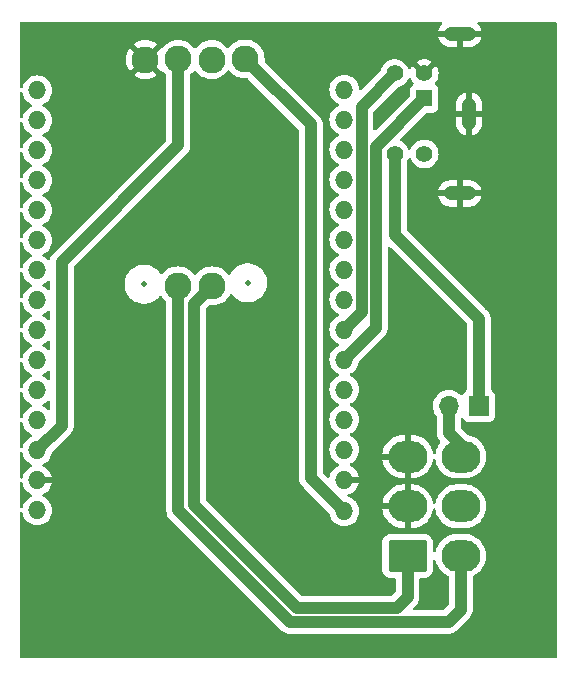
<source format=gbr>
%TF.GenerationSoftware,KiCad,Pcbnew,8.0.2-1*%
%TF.CreationDate,2025-02-24T08:21:50+03:00*%
%TF.ProjectId,PFC_CAN,5046435f-4341-44e2-9e6b-696361645f70,rev?*%
%TF.SameCoordinates,Original*%
%TF.FileFunction,Copper,L1,Top*%
%TF.FilePolarity,Positive*%
%FSLAX46Y46*%
G04 Gerber Fmt 4.6, Leading zero omitted, Abs format (unit mm)*
G04 Created by KiCad (PCBNEW 8.0.2-1) date 2025-02-24 08:21:50*
%MOMM*%
%LPD*%
G01*
G04 APERTURE LIST*
G04 Aperture macros list*
%AMRoundRect*
0 Rectangle with rounded corners*
0 $1 Rounding radius*
0 $2 $3 $4 $5 $6 $7 $8 $9 X,Y pos of 4 corners*
0 Add a 4 corners polygon primitive as box body*
4,1,4,$2,$3,$4,$5,$6,$7,$8,$9,$2,$3,0*
0 Add four circle primitives for the rounded corners*
1,1,$1+$1,$2,$3*
1,1,$1+$1,$4,$5*
1,1,$1+$1,$6,$7*
1,1,$1+$1,$8,$9*
0 Add four rect primitives between the rounded corners*
20,1,$1+$1,$2,$3,$4,$5,0*
20,1,$1+$1,$4,$5,$6,$7,0*
20,1,$1+$1,$6,$7,$8,$9,0*
20,1,$1+$1,$8,$9,$2,$3,0*%
G04 Aperture macros list end*
%TA.AperFunction,ComponentPad*%
%ADD10RoundRect,0.250001X1.399999X-1.099999X1.399999X1.099999X-1.399999X1.099999X-1.399999X-1.099999X0*%
%TD*%
%TA.AperFunction,ComponentPad*%
%ADD11O,3.300000X2.700000*%
%TD*%
%TA.AperFunction,ComponentPad*%
%ADD12C,0.500000*%
%TD*%
%TA.AperFunction,ComponentPad*%
%ADD13C,2.286000*%
%TD*%
%TA.AperFunction,ComponentPad*%
%ADD14R,1.700000X1.700000*%
%TD*%
%TA.AperFunction,ComponentPad*%
%ADD15O,1.700000X1.700000*%
%TD*%
%TA.AperFunction,ComponentPad*%
%ADD16R,1.408000X1.408000*%
%TD*%
%TA.AperFunction,ComponentPad*%
%ADD17C,1.408000*%
%TD*%
%TA.AperFunction,ComponentPad*%
%ADD18O,1.230000X2.730000*%
%TD*%
%TA.AperFunction,ComponentPad*%
%ADD19O,2.730000X1.230000*%
%TD*%
%TA.AperFunction,ComponentPad*%
%ADD20O,1.524000X1.524000*%
%TD*%
%TA.AperFunction,Conductor*%
%ADD21C,1.000000*%
%TD*%
G04 APERTURE END LIST*
D10*
%TO.P,CAN BUS,1*%
%TO.N,CAN_H*%
X100655999Y-120142000D03*
D11*
%TO.P,CAN BUS,2*%
%TO.N,EARTH*%
X100656000Y-115942000D03*
%TO.P,CAN BUS,3*%
X100655999Y-111742000D03*
%TO.P,CAN BUS,4*%
%TO.N,CAN_L*%
X105156000Y-120142000D03*
%TO.P,CAN BUS,5*%
%TO.N,N/C*%
X105155999Y-115942000D03*
%TO.P,CAN BUS,6*%
%TO.N,5V+*%
X105156000Y-111742000D03*
%TD*%
D12*
%TO.P,CAN,1*%
%TO.N,N/C*%
X87122000Y-97028000D03*
D13*
%TO.N,3.3V*%
X86912000Y-78077999D03*
%TO.N,CAN_H*%
X84112000Y-97278000D03*
%TO.N,TX14*%
X84062000Y-78128000D03*
%TO.N,RX13*%
X81232000Y-78118000D03*
%TO.N,CAN_L*%
X81212000Y-97278000D03*
%TO.N,EARTH*%
X78462000Y-78128000D03*
D12*
%TO.N,N/C*%
X78342000Y-97148000D03*
%TD*%
D14*
%TO.P,REF\u002A\u002A,1*%
%TO.N,5V+*%
X106685000Y-107442000D03*
D15*
%TO.P,REF\u002A\u002A,2*%
X104145000Y-107442000D03*
%TD*%
D16*
%TO.P,REF\u002A\u002A,1*%
%TO.N,RX2*%
X102068000Y-81406000D03*
D17*
%TO.P,REF\u002A\u002A,2*%
%TO.N,EARTH*%
X102068000Y-79306000D03*
%TO.P,REF\u002A\u002A,3*%
%TO.N,5V+*%
X102068000Y-86106000D03*
%TO.P,REF\u002A\u002A,4*%
%TO.N,TX2*%
X99568000Y-79306000D03*
%TO.P,REF\u002A\u002A,5*%
%TO.N,5V+*%
X99568000Y-86106000D03*
D18*
%TO.P,REF\u002A\u002A,S1*%
%TO.N,EARTH*%
X105868000Y-82706000D03*
D19*
%TO.P,REF\u002A\u002A,S2*%
X105068000Y-89456000D03*
%TO.P,REF\u002A\u002A,S3*%
X105068000Y-75956000D03*
%TD*%
D20*
%TO.P,ESP,5*%
%TO.N,N/C*%
X69296000Y-80729200D03*
%TO.P,ESP,6*%
X69296000Y-83269200D03*
%TO.P,ESP,7*%
X69296000Y-85809200D03*
%TO.P,ESP,8*%
X69296000Y-88349200D03*
%TO.P,ESP,9*%
X69296000Y-90889200D03*
%TO.P,ESP,10*%
X69296000Y-93429200D03*
%TO.P,ESP,11*%
X69296000Y-95969200D03*
%TO.P,ESP,12*%
X69296000Y-98509200D03*
%TO.P,ESP,13*%
X69296000Y-101049200D03*
%TO.P,ESP,14*%
X69296000Y-103589200D03*
%TO.P,ESP,15*%
%TO.N,TX14*%
X69296000Y-106129200D03*
%TO.P,ESP,16*%
%TO.N,N/C*%
X69296000Y-108669200D03*
%TO.P,ESP,17*%
%TO.N,RX13*%
X69296000Y-111209200D03*
%TO.P,ESP,18*%
%TO.N,EARTH*%
X69296000Y-113749200D03*
%TO.P,ESP,19*%
%TO.N,5V+*%
X69296000Y-116289200D03*
%TO.P,ESP,20*%
%TO.N,3.3V*%
X95296000Y-116357000D03*
%TO.P,ESP,21*%
%TO.N,EARTH*%
X95296000Y-113690000D03*
%TO.P,ESP,22*%
%TO.N,N/C*%
X95296000Y-111150000D03*
%TO.P,ESP,23*%
%TO.N,D2*%
X95296000Y-108610000D03*
%TO.P,ESP,24*%
%TO.N,N/C*%
X95296000Y-106070000D03*
%TO.P,ESP,25*%
%TO.N,RX2*%
X95296000Y-103530000D03*
%TO.P,ESP,26*%
%TO.N,TX2*%
X95296000Y-100990000D03*
%TO.P,ESP,27*%
%TO.N,N/C*%
X95296000Y-98450000D03*
%TO.P,ESP,28*%
X95296000Y-95910000D03*
%TO.P,ESP,29*%
X95296000Y-93370000D03*
%TO.P,ESP,30*%
X95296000Y-90830000D03*
%TO.P,ESP,31*%
X95296000Y-88290000D03*
%TO.P,ESP,32*%
X95296000Y-85750000D03*
%TO.P,ESP,33*%
X95296000Y-83210000D03*
%TO.P,ESP,34*%
X95296000Y-80670000D03*
%TD*%
D21*
%TO.N,CAN_H*%
X82550000Y-115824000D02*
X91256000Y-124530000D01*
X82550000Y-98840000D02*
X82550000Y-115824000D01*
X100655999Y-123626001D02*
X100655999Y-120142000D01*
X84112000Y-97278000D02*
X82550000Y-98840000D01*
X99752000Y-124530000D02*
X100655999Y-123626001D01*
X91256000Y-124530000D02*
X99752000Y-124530000D01*
%TO.N,CAN_L*%
X105156000Y-124714000D02*
X105156000Y-120142000D01*
X104140000Y-125730000D02*
X105156000Y-124714000D01*
X81212000Y-97278000D02*
X81212000Y-116264000D01*
X90678000Y-125730000D02*
X104140000Y-125730000D01*
X81212000Y-116264000D02*
X90678000Y-125730000D01*
%TO.N,5V+*%
X105156000Y-110744000D02*
X104140000Y-109728000D01*
X105156000Y-111742000D02*
X105156000Y-110744000D01*
X106685000Y-100081000D02*
X99568000Y-92964000D01*
X106685000Y-107442000D02*
X106685000Y-100081000D01*
X104140000Y-109728000D02*
X104145000Y-109723000D01*
X104145000Y-109723000D02*
X104145000Y-107442000D01*
X99568000Y-92964000D02*
X99568000Y-86106000D01*
%TO.N,RX2*%
X97958000Y-85516000D02*
X97958000Y-100868000D01*
X102068000Y-81406000D02*
X97958000Y-85516000D01*
X97958000Y-100868000D02*
X95296000Y-103530000D01*
%TO.N,TX2*%
X99568000Y-79306000D02*
X96758000Y-82116000D01*
X96758000Y-99528000D02*
X95296000Y-100990000D01*
X96758000Y-82116000D02*
X96758000Y-99528000D01*
%TO.N,3.3V*%
X92477000Y-113538000D02*
X95296000Y-116357000D01*
X92456000Y-83621999D02*
X92456000Y-113538000D01*
X86912000Y-78077999D02*
X92456000Y-83621999D01*
X92456000Y-113538000D02*
X92477000Y-113538000D01*
%TO.N,RX13*%
X71374000Y-95250000D02*
X81232000Y-85392000D01*
X71374000Y-109131200D02*
X71374000Y-95250000D01*
X69296000Y-111209200D02*
X71374000Y-109131200D01*
X81232000Y-85392000D02*
X81232000Y-78118000D01*
%TD*%
%TA.AperFunction,Conductor*%
%TO.N,EARTH*%
G36*
X103542328Y-74942185D02*
G01*
X103588083Y-74994989D01*
X103598027Y-75064147D01*
X103569002Y-75127703D01*
X103562970Y-75134181D01*
X103467523Y-75229627D01*
X103467519Y-75229632D01*
X103364368Y-75371609D01*
X103284690Y-75527985D01*
X103230455Y-75694902D01*
X103230454Y-75694906D01*
X103228696Y-75705999D01*
X103228697Y-75706000D01*
X104073025Y-75706000D01*
X104037930Y-75741095D01*
X103991852Y-75820905D01*
X103968000Y-75909922D01*
X103968000Y-76002078D01*
X103991852Y-76091095D01*
X104037930Y-76170905D01*
X104073025Y-76206000D01*
X103228696Y-76206000D01*
X103230454Y-76217093D01*
X103230455Y-76217097D01*
X103284690Y-76384014D01*
X103364368Y-76540390D01*
X103467519Y-76682367D01*
X103467523Y-76682372D01*
X103591627Y-76806476D01*
X103591632Y-76806480D01*
X103733609Y-76909631D01*
X103889983Y-76989309D01*
X104056902Y-77043545D01*
X104230243Y-77071000D01*
X104818000Y-77071000D01*
X104818000Y-76306000D01*
X105318000Y-76306000D01*
X105318000Y-77071000D01*
X105905757Y-77071000D01*
X106079097Y-77043545D01*
X106246016Y-76989309D01*
X106402390Y-76909631D01*
X106544367Y-76806480D01*
X106544372Y-76806476D01*
X106668476Y-76682372D01*
X106668480Y-76682367D01*
X106771631Y-76540390D01*
X106851309Y-76384014D01*
X106905544Y-76217097D01*
X106905545Y-76217093D01*
X106907303Y-76206000D01*
X106062975Y-76206000D01*
X106098070Y-76170905D01*
X106144148Y-76091095D01*
X106168000Y-76002078D01*
X106168000Y-75909922D01*
X106144148Y-75820905D01*
X106098070Y-75741095D01*
X106062975Y-75706000D01*
X106907303Y-75706000D01*
X106907303Y-75705999D01*
X106905545Y-75694906D01*
X106905544Y-75694902D01*
X106851309Y-75527985D01*
X106771631Y-75371609D01*
X106668480Y-75229632D01*
X106668476Y-75229627D01*
X106573030Y-75134181D01*
X106539545Y-75072858D01*
X106544529Y-75003166D01*
X106586401Y-74947233D01*
X106651865Y-74922816D01*
X106660711Y-74922500D01*
X113167500Y-74922500D01*
X113234539Y-74942185D01*
X113280294Y-74994989D01*
X113291500Y-75046500D01*
X113291500Y-128661500D01*
X113271815Y-128728539D01*
X113219011Y-128774294D01*
X113167500Y-128785500D01*
X67934500Y-128785500D01*
X67867461Y-128765815D01*
X67821706Y-128713011D01*
X67810500Y-128661500D01*
X67810500Y-116565040D01*
X67830185Y-116498001D01*
X67882989Y-116452246D01*
X67952147Y-116442302D01*
X68015703Y-116471327D01*
X68053477Y-116530105D01*
X68054271Y-116532933D01*
X68055656Y-116538100D01*
X68105103Y-116722642D01*
X68105105Y-116722646D01*
X68105106Y-116722650D01*
X68136722Y-116790450D01*
X68198466Y-116922862D01*
X68198468Y-116922866D01*
X68325170Y-117103815D01*
X68325175Y-117103821D01*
X68481378Y-117260024D01*
X68481384Y-117260029D01*
X68662333Y-117386731D01*
X68662335Y-117386732D01*
X68662338Y-117386734D01*
X68862550Y-117480094D01*
X69075932Y-117537270D01*
X69233123Y-117551022D01*
X69295998Y-117556523D01*
X69296000Y-117556523D01*
X69296002Y-117556523D01*
X69351017Y-117551709D01*
X69516068Y-117537270D01*
X69729450Y-117480094D01*
X69929662Y-117386734D01*
X70110620Y-117260026D01*
X70266826Y-117103820D01*
X70393534Y-116922862D01*
X70486894Y-116722650D01*
X70544070Y-116509268D01*
X70563323Y-116289200D01*
X70544070Y-116069132D01*
X70486894Y-115855750D01*
X70393534Y-115655539D01*
X70330180Y-115565059D01*
X70266827Y-115474581D01*
X70190520Y-115398274D01*
X70110620Y-115318374D01*
X70110616Y-115318371D01*
X70110615Y-115318370D01*
X69929666Y-115191668D01*
X69929662Y-115191666D01*
X69800218Y-115131305D01*
X69747779Y-115085132D01*
X69728627Y-115017939D01*
X69748843Y-114951058D01*
X69800219Y-114906540D01*
X69929412Y-114846297D01*
X70110301Y-114719636D01*
X70266436Y-114563501D01*
X70393099Y-114382609D01*
X70393100Y-114382607D01*
X70486419Y-114182484D01*
X70486424Y-114182470D01*
X70535531Y-113999200D01*
X69679591Y-113999200D01*
X69722042Y-113925673D01*
X69753200Y-113809392D01*
X69753200Y-113689008D01*
X69722042Y-113572727D01*
X69679591Y-113499200D01*
X70535531Y-113499200D01*
X70535531Y-113499199D01*
X70486424Y-113315929D01*
X70486420Y-113315920D01*
X70393099Y-113115791D01*
X70393098Y-113115789D01*
X70266442Y-112934904D01*
X70110297Y-112778760D01*
X69929409Y-112652100D01*
X69929407Y-112652099D01*
X69800219Y-112591858D01*
X69747779Y-112545686D01*
X69728627Y-112478493D01*
X69748843Y-112411611D01*
X69800219Y-112367094D01*
X69810431Y-112362332D01*
X69929662Y-112306734D01*
X70110620Y-112180026D01*
X70266826Y-112023820D01*
X70393534Y-111842862D01*
X70486894Y-111642650D01*
X70544070Y-111429268D01*
X70545238Y-111415907D01*
X70570687Y-111350842D01*
X70581077Y-111339041D01*
X72011778Y-109908341D01*
X72011782Y-109908339D01*
X72151139Y-109768982D01*
X72260632Y-109605114D01*
X72260633Y-109605111D01*
X72260635Y-109605108D01*
X72310875Y-109483815D01*
X72332684Y-109431164D01*
X72336051Y-109423036D01*
X72374500Y-109229740D01*
X72374500Y-109032660D01*
X72374500Y-97018097D01*
X76691500Y-97018097D01*
X76691500Y-97277902D01*
X76732140Y-97534493D01*
X76812422Y-97781576D01*
X76930368Y-98013054D01*
X76975918Y-98075748D01*
X77083069Y-98223229D01*
X77266771Y-98406931D01*
X77476949Y-98559634D01*
X77579191Y-98611729D01*
X77708423Y-98677577D01*
X77708425Y-98677577D01*
X77708428Y-98677579D01*
X77955507Y-98757860D01*
X78087706Y-98778797D01*
X78212098Y-98798500D01*
X78212103Y-98798500D01*
X78471902Y-98798500D01*
X78585298Y-98780539D01*
X78728493Y-98757860D01*
X78975572Y-98677579D01*
X79207051Y-98559634D01*
X79417229Y-98406931D01*
X79600931Y-98223229D01*
X79634389Y-98177177D01*
X79689716Y-98134512D01*
X79759329Y-98128531D01*
X79821125Y-98161136D01*
X79840434Y-98185272D01*
X79878266Y-98247009D01*
X79878270Y-98247014D01*
X79925969Y-98302862D01*
X80046276Y-98443724D01*
X80046278Y-98443726D01*
X80046281Y-98443729D01*
X80168031Y-98547711D01*
X80206224Y-98606217D01*
X80211500Y-98642002D01*
X80211500Y-116362541D01*
X80211500Y-116362543D01*
X80211499Y-116362543D01*
X80249947Y-116555829D01*
X80249950Y-116555839D01*
X80325364Y-116737907D01*
X80325371Y-116737920D01*
X80434859Y-116901780D01*
X80434860Y-116901781D01*
X80434861Y-116901782D01*
X80574218Y-117041139D01*
X80574219Y-117041139D01*
X80581286Y-117048206D01*
X80581285Y-117048206D01*
X80581289Y-117048209D01*
X90040215Y-126507137D01*
X90040219Y-126507140D01*
X90204079Y-126616628D01*
X90204085Y-126616631D01*
X90204086Y-126616632D01*
X90386165Y-126692052D01*
X90579455Y-126730500D01*
X90579458Y-126730501D01*
X90579460Y-126730501D01*
X90782655Y-126730501D01*
X90782675Y-126730500D01*
X104238542Y-126730500D01*
X104257870Y-126726655D01*
X104335188Y-126711275D01*
X104431836Y-126692051D01*
X104485165Y-126669961D01*
X104613914Y-126616632D01*
X104777782Y-126507139D01*
X104917139Y-126367782D01*
X104917140Y-126367779D01*
X104924206Y-126360714D01*
X104924209Y-126360710D01*
X105793778Y-125491141D01*
X105793782Y-125491139D01*
X105933139Y-125351782D01*
X106042632Y-125187914D01*
X106118051Y-125005835D01*
X106156500Y-124812541D01*
X106156500Y-121937664D01*
X106176185Y-121870625D01*
X106228989Y-121824870D01*
X106233021Y-121823113D01*
X106276212Y-121805224D01*
X106486289Y-121683936D01*
X106678738Y-121536265D01*
X106850265Y-121364738D01*
X106997936Y-121172289D01*
X107119224Y-120962212D01*
X107212054Y-120738100D01*
X107274838Y-120503789D01*
X107306500Y-120263288D01*
X107306500Y-120020712D01*
X107274838Y-119780211D01*
X107212054Y-119545900D01*
X107119224Y-119321788D01*
X106997936Y-119111711D01*
X106906073Y-118991992D01*
X106850266Y-118919263D01*
X106850260Y-118919256D01*
X106678743Y-118747739D01*
X106678736Y-118747733D01*
X106486293Y-118600067D01*
X106486292Y-118600066D01*
X106486289Y-118600064D01*
X106276212Y-118478776D01*
X106276205Y-118478773D01*
X106052104Y-118385947D01*
X105817785Y-118323161D01*
X105577289Y-118291500D01*
X105577288Y-118291500D01*
X104734712Y-118291500D01*
X104734711Y-118291500D01*
X104494214Y-118323161D01*
X104259895Y-118385947D01*
X104035794Y-118478773D01*
X104035785Y-118478777D01*
X103825706Y-118600067D01*
X103633263Y-118747733D01*
X103633256Y-118747739D01*
X103461739Y-118919256D01*
X103461733Y-118919263D01*
X103314067Y-119111706D01*
X103192777Y-119321785D01*
X103192773Y-119321794D01*
X103099947Y-119545895D01*
X103099946Y-119545900D01*
X103058874Y-119699184D01*
X103050274Y-119731278D01*
X103013909Y-119790938D01*
X102951062Y-119821467D01*
X102881686Y-119813172D01*
X102827808Y-119768687D01*
X102806534Y-119702135D01*
X102806499Y-119699184D01*
X102806499Y-118991997D01*
X102806498Y-118991984D01*
X102795998Y-118889204D01*
X102795998Y-118889203D01*
X102740813Y-118722666D01*
X102665192Y-118600067D01*
X102648712Y-118573348D01*
X102648709Y-118573344D01*
X102524654Y-118449289D01*
X102524650Y-118449286D01*
X102375336Y-118357187D01*
X102375334Y-118357186D01*
X102292064Y-118329593D01*
X102208796Y-118302001D01*
X102208794Y-118302000D01*
X102106014Y-118291500D01*
X102106007Y-118291500D01*
X99205991Y-118291500D01*
X99205983Y-118291500D01*
X99103203Y-118302000D01*
X99103202Y-118302001D01*
X98936663Y-118357186D01*
X98936661Y-118357187D01*
X98787347Y-118449286D01*
X98787343Y-118449289D01*
X98663288Y-118573344D01*
X98663285Y-118573348D01*
X98571186Y-118722662D01*
X98571185Y-118722664D01*
X98516000Y-118889203D01*
X98515999Y-118889204D01*
X98505499Y-118991984D01*
X98505499Y-121292015D01*
X98515999Y-121394795D01*
X98516000Y-121394796D01*
X98571185Y-121561335D01*
X98571186Y-121561337D01*
X98663285Y-121710651D01*
X98663288Y-121710655D01*
X98787343Y-121834710D01*
X98787347Y-121834713D01*
X98936661Y-121926812D01*
X98936663Y-121926813D01*
X98936665Y-121926814D01*
X99103202Y-121981999D01*
X99205991Y-121992500D01*
X99531499Y-121992500D01*
X99598538Y-122012185D01*
X99644293Y-122064989D01*
X99655499Y-122116500D01*
X99655499Y-123160218D01*
X99635814Y-123227257D01*
X99619180Y-123247899D01*
X99373899Y-123493181D01*
X99312576Y-123526666D01*
X99286218Y-123529500D01*
X91721783Y-123529500D01*
X91654744Y-123509815D01*
X91634102Y-123493181D01*
X83586819Y-115445898D01*
X83553334Y-115384575D01*
X83550500Y-115358217D01*
X83550500Y-99305781D01*
X83570185Y-99238742D01*
X83586815Y-99218104D01*
X83854965Y-98949953D01*
X83916286Y-98916470D01*
X83952371Y-98914018D01*
X84112000Y-98926582D01*
X84369895Y-98906285D01*
X84621440Y-98845895D01*
X84860441Y-98746897D01*
X85081012Y-98611731D01*
X85277724Y-98443724D01*
X85445731Y-98247012D01*
X85580897Y-98026441D01*
X85580899Y-98026436D01*
X85582347Y-98023595D01*
X85583185Y-98022706D01*
X85583443Y-98022287D01*
X85583531Y-98022341D01*
X85630318Y-97972796D01*
X85698138Y-97955996D01*
X85764275Y-97978530D01*
X85793153Y-98006998D01*
X85843103Y-98075748D01*
X85863069Y-98103229D01*
X86046771Y-98286931D01*
X86256949Y-98439634D01*
X86393479Y-98509200D01*
X86488423Y-98557577D01*
X86488425Y-98557577D01*
X86488428Y-98557579D01*
X86735507Y-98637860D01*
X86867706Y-98658797D01*
X86992098Y-98678500D01*
X86992103Y-98678500D01*
X87251902Y-98678500D01*
X87365298Y-98660539D01*
X87508493Y-98637860D01*
X87755572Y-98557579D01*
X87987051Y-98439634D01*
X88197229Y-98286931D01*
X88380931Y-98103229D01*
X88533634Y-97893051D01*
X88651579Y-97661572D01*
X88731860Y-97414493D01*
X88760047Y-97236523D01*
X88772500Y-97157902D01*
X88772500Y-96898097D01*
X88750866Y-96761506D01*
X88731860Y-96641507D01*
X88651579Y-96394428D01*
X88651577Y-96394425D01*
X88651577Y-96394423D01*
X88600641Y-96294457D01*
X88533634Y-96162949D01*
X88380931Y-95952771D01*
X88197229Y-95769069D01*
X87989881Y-95618422D01*
X87987054Y-95616368D01*
X87987053Y-95616367D01*
X87987051Y-95616366D01*
X87914764Y-95579534D01*
X87755576Y-95498422D01*
X87508493Y-95418140D01*
X87251902Y-95377500D01*
X87251897Y-95377500D01*
X86992103Y-95377500D01*
X86992098Y-95377500D01*
X86735506Y-95418140D01*
X86488423Y-95498422D01*
X86256945Y-95616368D01*
X86046774Y-95769066D01*
X86046768Y-95769071D01*
X85863071Y-95952768D01*
X85863066Y-95952774D01*
X85710368Y-96162945D01*
X85649127Y-96283136D01*
X85601152Y-96333932D01*
X85533331Y-96350727D01*
X85467196Y-96328189D01*
X85444352Y-96307373D01*
X85394170Y-96248618D01*
X85277724Y-96112276D01*
X85110203Y-95969200D01*
X85081014Y-95944270D01*
X85081009Y-95944267D01*
X84860441Y-95809102D01*
X84621442Y-95710106D01*
X84621444Y-95710106D01*
X84621440Y-95710105D01*
X84621436Y-95710104D01*
X84621430Y-95710102D01*
X84369898Y-95649715D01*
X84112000Y-95629418D01*
X83854101Y-95649715D01*
X83602569Y-95710102D01*
X83602557Y-95710106D01*
X83363558Y-95809102D01*
X83142990Y-95944267D01*
X83142985Y-95944270D01*
X82946276Y-96112276D01*
X82778270Y-96308985D01*
X82778267Y-96308990D01*
X82767727Y-96326190D01*
X82715915Y-96373065D01*
X82646986Y-96384488D01*
X82582823Y-96356831D01*
X82556273Y-96326190D01*
X82545732Y-96308990D01*
X82545729Y-96308985D01*
X82485265Y-96238191D01*
X82377724Y-96112276D01*
X82210203Y-95969200D01*
X82181014Y-95944270D01*
X82181009Y-95944267D01*
X81960441Y-95809102D01*
X81721442Y-95710106D01*
X81721444Y-95710106D01*
X81721440Y-95710105D01*
X81721436Y-95710104D01*
X81721430Y-95710102D01*
X81469898Y-95649715D01*
X81212000Y-95629418D01*
X80954101Y-95649715D01*
X80702569Y-95710102D01*
X80702557Y-95710106D01*
X80463558Y-95809102D01*
X80242990Y-95944267D01*
X80242985Y-95944270D01*
X80046276Y-96112276D01*
X79923299Y-96256264D01*
X79864792Y-96294457D01*
X79794924Y-96294956D01*
X79735878Y-96257602D01*
X79728691Y-96248618D01*
X79600931Y-96072771D01*
X79417229Y-95889069D01*
X79207051Y-95736366D01*
X79128437Y-95696310D01*
X78975576Y-95618422D01*
X78728493Y-95538140D01*
X78471902Y-95497500D01*
X78471897Y-95497500D01*
X78212103Y-95497500D01*
X78212098Y-95497500D01*
X77955506Y-95538140D01*
X77708423Y-95618422D01*
X77476945Y-95736368D01*
X77266774Y-95889066D01*
X77266768Y-95889071D01*
X77083071Y-96072768D01*
X77083066Y-96072774D01*
X76930368Y-96282945D01*
X76812422Y-96514423D01*
X76732140Y-96761506D01*
X76691500Y-97018097D01*
X72374500Y-97018097D01*
X72374500Y-95715782D01*
X72394185Y-95648743D01*
X72410819Y-95628101D01*
X77208919Y-90830002D01*
X82009139Y-86029782D01*
X82035778Y-85989914D01*
X82118632Y-85865914D01*
X82194051Y-85683835D01*
X82199653Y-85655675D01*
X82205732Y-85625113D01*
X82213275Y-85587191D01*
X82213275Y-85587188D01*
X82232500Y-85490541D01*
X82232500Y-79482002D01*
X82252185Y-79414963D01*
X82275969Y-79387711D01*
X82386017Y-79293723D01*
X82397724Y-79283724D01*
X82548441Y-79107255D01*
X82606945Y-79069065D01*
X82676813Y-79068565D01*
X82735859Y-79105919D01*
X82737019Y-79107258D01*
X82896273Y-79293721D01*
X82896276Y-79293724D01*
X82980016Y-79365244D01*
X83092985Y-79461729D01*
X83092987Y-79461730D01*
X83092988Y-79461731D01*
X83121343Y-79479107D01*
X83313558Y-79596897D01*
X83397496Y-79631665D01*
X83552560Y-79695895D01*
X83804105Y-79756285D01*
X84062000Y-79776582D01*
X84319895Y-79756285D01*
X84571440Y-79695895D01*
X84810441Y-79596897D01*
X85031012Y-79461731D01*
X85227724Y-79293724D01*
X85395731Y-79097012D01*
X85400652Y-79088980D01*
X85452461Y-79042107D01*
X85521390Y-79030683D01*
X85585554Y-79058339D01*
X85600669Y-79073239D01*
X85651117Y-79132306D01*
X85746276Y-79243723D01*
X85872191Y-79351264D01*
X85942985Y-79411728D01*
X85942987Y-79411729D01*
X85942988Y-79411730D01*
X85959633Y-79421930D01*
X86163558Y-79546896D01*
X86225290Y-79572466D01*
X86402560Y-79645894D01*
X86654105Y-79706284D01*
X86912000Y-79726581D01*
X87071625Y-79714017D01*
X87140002Y-79728381D01*
X87169035Y-79749954D01*
X91419181Y-84000100D01*
X91452666Y-84061423D01*
X91455500Y-84087781D01*
X91455500Y-113439459D01*
X91455500Y-113636541D01*
X91455500Y-113636543D01*
X91455499Y-113636543D01*
X91493947Y-113829829D01*
X91493950Y-113829839D01*
X91569364Y-114011907D01*
X91569371Y-114011920D01*
X91678860Y-114175781D01*
X91678863Y-114175785D01*
X91818215Y-114315137D01*
X91871354Y-114350643D01*
X91890145Y-114366065D01*
X94010913Y-116486833D01*
X94044398Y-116548156D01*
X94046760Y-116563700D01*
X94047678Y-116574197D01*
X94047929Y-116577062D01*
X94047930Y-116577067D01*
X94047930Y-116577070D01*
X94105104Y-116790445D01*
X94105105Y-116790447D01*
X94105106Y-116790450D01*
X94189768Y-116972009D01*
X94198466Y-116990662D01*
X94198468Y-116990666D01*
X94325170Y-117171615D01*
X94325175Y-117171621D01*
X94481378Y-117327824D01*
X94481384Y-117327829D01*
X94662333Y-117454531D01*
X94662335Y-117454532D01*
X94662338Y-117454534D01*
X94862550Y-117547894D01*
X95075932Y-117605070D01*
X95233123Y-117618822D01*
X95295998Y-117624323D01*
X95296000Y-117624323D01*
X95296002Y-117624323D01*
X95351017Y-117619509D01*
X95516068Y-117605070D01*
X95729450Y-117547894D01*
X95929662Y-117454534D01*
X96110620Y-117327826D01*
X96266826Y-117171620D01*
X96393534Y-116990662D01*
X96486894Y-116790450D01*
X96544070Y-116577068D01*
X96563323Y-116357000D01*
X96544070Y-116136932D01*
X96486894Y-115923550D01*
X96393534Y-115723339D01*
X96371590Y-115692000D01*
X98522950Y-115692000D01*
X100001879Y-115692000D01*
X99982901Y-115737818D01*
X99956000Y-115873056D01*
X99956000Y-116010944D01*
X99982901Y-116146182D01*
X100001879Y-116192000D01*
X98522950Y-116192000D01*
X98537653Y-116303687D01*
X98600421Y-116537939D01*
X98693220Y-116761978D01*
X98693227Y-116761993D01*
X98814480Y-116972009D01*
X98962110Y-117164405D01*
X98962116Y-117164412D01*
X99133587Y-117335883D01*
X99133594Y-117335889D01*
X99325990Y-117483519D01*
X99536006Y-117604772D01*
X99536021Y-117604779D01*
X99760060Y-117697578D01*
X99994312Y-117760346D01*
X100234735Y-117791998D01*
X100234752Y-117792000D01*
X100406000Y-117792000D01*
X100406000Y-116596120D01*
X100451818Y-116615099D01*
X100587056Y-116642000D01*
X100724944Y-116642000D01*
X100860182Y-116615099D01*
X100906000Y-116596120D01*
X100906000Y-117792000D01*
X101077248Y-117792000D01*
X101077264Y-117791998D01*
X101317687Y-117760346D01*
X101551939Y-117697578D01*
X101775978Y-117604779D01*
X101775993Y-117604772D01*
X101986009Y-117483519D01*
X102178405Y-117335889D01*
X102178412Y-117335883D01*
X102349883Y-117164412D01*
X102349889Y-117164405D01*
X102497519Y-116972009D01*
X102618772Y-116761993D01*
X102618779Y-116761978D01*
X102711578Y-116537939D01*
X102774346Y-116303687D01*
X102782808Y-116239414D01*
X102811074Y-116175517D01*
X102869399Y-116137046D01*
X102939263Y-116136215D01*
X102998487Y-116173287D01*
X103028266Y-116236492D01*
X103028686Y-116239414D01*
X103037147Y-116303687D01*
X103037161Y-116303789D01*
X103068553Y-116420944D01*
X103099946Y-116538104D01*
X103182710Y-116737914D01*
X103192775Y-116762212D01*
X103314063Y-116972289D01*
X103314065Y-116972292D01*
X103314066Y-116972293D01*
X103461732Y-117164736D01*
X103461738Y-117164743D01*
X103633255Y-117336260D01*
X103633262Y-117336266D01*
X103746320Y-117423018D01*
X103825710Y-117483936D01*
X104035787Y-117605224D01*
X104259899Y-117698054D01*
X104494210Y-117760838D01*
X104674585Y-117784584D01*
X104734710Y-117792500D01*
X104734711Y-117792500D01*
X105577288Y-117792500D01*
X105625387Y-117786167D01*
X105817788Y-117760838D01*
X106052099Y-117698054D01*
X106276211Y-117605224D01*
X106486288Y-117483936D01*
X106678737Y-117336265D01*
X106850264Y-117164738D01*
X106997935Y-116972289D01*
X107119223Y-116762212D01*
X107212053Y-116538100D01*
X107274837Y-116303789D01*
X107306499Y-116063288D01*
X107306499Y-115820712D01*
X107274837Y-115580211D01*
X107212053Y-115345900D01*
X107119223Y-115121788D01*
X106997935Y-114911711D01*
X106850519Y-114719594D01*
X106850265Y-114719263D01*
X106850259Y-114719256D01*
X106678742Y-114547739D01*
X106678735Y-114547733D01*
X106486292Y-114400067D01*
X106486291Y-114400066D01*
X106486288Y-114400064D01*
X106276211Y-114278776D01*
X106276204Y-114278773D01*
X106052103Y-114185947D01*
X105817784Y-114123161D01*
X105577288Y-114091500D01*
X105577287Y-114091500D01*
X104734711Y-114091500D01*
X104734710Y-114091500D01*
X104494213Y-114123161D01*
X104259894Y-114185947D01*
X104035793Y-114278773D01*
X104035784Y-114278777D01*
X103825705Y-114400067D01*
X103633262Y-114547733D01*
X103633255Y-114547739D01*
X103461738Y-114719256D01*
X103461732Y-114719263D01*
X103314066Y-114911706D01*
X103192776Y-115121785D01*
X103192772Y-115121794D01*
X103099946Y-115345895D01*
X103037160Y-115580214D01*
X103028686Y-115644585D01*
X103000419Y-115708482D01*
X102942095Y-115746953D01*
X102872230Y-115747784D01*
X102813007Y-115710712D01*
X102783228Y-115647506D01*
X102782808Y-115644585D01*
X102774346Y-115580312D01*
X102711578Y-115346060D01*
X102618779Y-115122021D01*
X102618772Y-115122006D01*
X102497519Y-114911990D01*
X102349889Y-114719594D01*
X102349883Y-114719587D01*
X102178412Y-114548116D01*
X102178405Y-114548110D01*
X101986009Y-114400480D01*
X101775993Y-114279227D01*
X101775978Y-114279220D01*
X101551939Y-114186421D01*
X101317687Y-114123653D01*
X101077264Y-114092001D01*
X101077248Y-114092000D01*
X100906000Y-114092000D01*
X100906000Y-115287879D01*
X100860182Y-115268901D01*
X100724944Y-115242000D01*
X100587056Y-115242000D01*
X100451818Y-115268901D01*
X100406000Y-115287879D01*
X100406000Y-114092000D01*
X100234752Y-114092000D01*
X100234735Y-114092001D01*
X99994312Y-114123653D01*
X99760060Y-114186421D01*
X99536021Y-114279220D01*
X99536006Y-114279227D01*
X99325990Y-114400480D01*
X99133594Y-114548110D01*
X99133587Y-114548116D01*
X98962116Y-114719587D01*
X98962110Y-114719594D01*
X98814480Y-114911990D01*
X98693227Y-115122006D01*
X98693220Y-115122021D01*
X98600421Y-115346060D01*
X98537653Y-115580312D01*
X98522950Y-115692000D01*
X96371590Y-115692000D01*
X96293386Y-115580312D01*
X96266827Y-115542381D01*
X96199023Y-115474577D01*
X96110620Y-115386174D01*
X96110616Y-115386171D01*
X96110615Y-115386170D01*
X95929666Y-115259468D01*
X95929662Y-115259466D01*
X95892206Y-115242000D01*
X95729450Y-115166106D01*
X95729447Y-115166105D01*
X95643276Y-115143015D01*
X95583616Y-115106649D01*
X95553088Y-115043802D01*
X95561383Y-114974426D01*
X95605869Y-114920549D01*
X95643279Y-114903465D01*
X95729268Y-114880425D01*
X95729284Y-114880419D01*
X95929407Y-114787100D01*
X95929409Y-114787099D01*
X96110301Y-114660436D01*
X96266436Y-114504301D01*
X96393099Y-114323409D01*
X96393100Y-114323407D01*
X96486419Y-114123284D01*
X96486424Y-114123270D01*
X96535531Y-113940000D01*
X95679591Y-113940000D01*
X95722042Y-113866473D01*
X95753200Y-113750192D01*
X95753200Y-113629808D01*
X95722042Y-113513527D01*
X95679591Y-113440000D01*
X96535531Y-113440000D01*
X96535531Y-113439999D01*
X96486424Y-113256729D01*
X96486420Y-113256720D01*
X96393099Y-113056591D01*
X96393098Y-113056589D01*
X96266442Y-112875704D01*
X96110297Y-112719560D01*
X95929409Y-112592900D01*
X95929407Y-112592899D01*
X95800219Y-112532658D01*
X95747779Y-112486486D01*
X95728627Y-112419293D01*
X95748843Y-112352411D01*
X95800219Y-112307894D01*
X95929662Y-112247534D01*
X96110620Y-112120826D01*
X96266826Y-111964620D01*
X96393534Y-111783662D01*
X96486894Y-111583450D01*
X96544070Y-111370068D01*
X96563323Y-111150000D01*
X96562978Y-111146060D01*
X96549249Y-110989132D01*
X96544070Y-110929932D01*
X96486894Y-110716550D01*
X96393534Y-110516339D01*
X96266826Y-110335380D01*
X96110620Y-110179174D01*
X96110616Y-110179171D01*
X96110615Y-110179170D01*
X95929666Y-110052468D01*
X95929658Y-110052464D01*
X95800811Y-109992382D01*
X95748371Y-109946210D01*
X95729219Y-109879017D01*
X95749435Y-109812135D01*
X95800811Y-109767618D01*
X95806802Y-109764824D01*
X95929662Y-109707534D01*
X96110620Y-109580826D01*
X96266826Y-109424620D01*
X96393534Y-109243662D01*
X96486894Y-109043450D01*
X96544070Y-108830068D01*
X96563323Y-108610000D01*
X96544070Y-108389932D01*
X96486894Y-108176550D01*
X96393534Y-107976339D01*
X96266826Y-107795380D01*
X96110620Y-107639174D01*
X96110616Y-107639171D01*
X96110615Y-107639170D01*
X95929666Y-107512468D01*
X95929658Y-107512464D01*
X95800811Y-107452382D01*
X95748371Y-107406210D01*
X95729219Y-107339017D01*
X95749435Y-107272135D01*
X95800811Y-107227618D01*
X95806802Y-107224824D01*
X95929662Y-107167534D01*
X96110620Y-107040826D01*
X96266826Y-106884620D01*
X96393534Y-106703662D01*
X96486894Y-106503450D01*
X96544070Y-106290068D01*
X96561145Y-106094897D01*
X96563323Y-106070002D01*
X96563323Y-106069997D01*
X96549249Y-105909132D01*
X96544070Y-105849932D01*
X96486894Y-105636550D01*
X96393534Y-105436339D01*
X96266826Y-105255380D01*
X96110620Y-105099174D01*
X96110616Y-105099171D01*
X96110615Y-105099170D01*
X95929666Y-104972468D01*
X95929658Y-104972464D01*
X95800811Y-104912382D01*
X95748371Y-104866210D01*
X95729219Y-104799017D01*
X95749435Y-104732135D01*
X95800811Y-104687618D01*
X95806802Y-104684824D01*
X95929662Y-104627534D01*
X96110620Y-104500826D01*
X96266826Y-104344620D01*
X96393534Y-104163662D01*
X96486894Y-103963450D01*
X96544070Y-103750068D01*
X96545238Y-103736707D01*
X96570688Y-103671642D01*
X96581077Y-103659842D01*
X98735140Y-101505781D01*
X98844632Y-101341914D01*
X98920052Y-101159835D01*
X98958501Y-100966540D01*
X98958501Y-100769459D01*
X98958501Y-100764349D01*
X98958500Y-100764323D01*
X98958500Y-94068782D01*
X98978185Y-94001743D01*
X99030989Y-93955988D01*
X99100147Y-93946044D01*
X99163703Y-93975069D01*
X99170181Y-93981101D01*
X105648181Y-100459101D01*
X105681666Y-100520424D01*
X105684500Y-100546782D01*
X105684500Y-106027858D01*
X105664815Y-106094897D01*
X105612011Y-106140652D01*
X105603847Y-106144034D01*
X105592669Y-106148204D01*
X105592664Y-106148206D01*
X105477455Y-106234452D01*
X105477452Y-106234455D01*
X105391206Y-106349664D01*
X105391203Y-106349669D01*
X105342189Y-106481083D01*
X105300317Y-106537016D01*
X105234853Y-106561433D01*
X105166580Y-106546581D01*
X105138326Y-106525430D01*
X105016402Y-106403506D01*
X105016395Y-106403501D01*
X104822834Y-106267967D01*
X104822830Y-106267965D01*
X104822828Y-106267964D01*
X104608663Y-106168097D01*
X104608659Y-106168096D01*
X104608655Y-106168094D01*
X104380413Y-106106938D01*
X104380403Y-106106936D01*
X104145001Y-106086341D01*
X104144999Y-106086341D01*
X103909596Y-106106936D01*
X103909586Y-106106938D01*
X103681344Y-106168094D01*
X103681335Y-106168098D01*
X103467171Y-106267964D01*
X103467169Y-106267965D01*
X103273597Y-106403505D01*
X103106505Y-106570597D01*
X102970965Y-106764169D01*
X102970964Y-106764171D01*
X102871098Y-106978335D01*
X102871094Y-106978344D01*
X102809938Y-107206586D01*
X102809936Y-107206596D01*
X102789341Y-107441999D01*
X102789341Y-107442000D01*
X102809936Y-107677403D01*
X102809938Y-107677413D01*
X102871094Y-107905655D01*
X102871096Y-107905659D01*
X102871097Y-107905663D01*
X102931660Y-108035540D01*
X102970965Y-108119830D01*
X102970967Y-108119834D01*
X103106501Y-108313395D01*
X103106506Y-108313402D01*
X103108181Y-108315077D01*
X103108682Y-108315995D01*
X103109982Y-108317544D01*
X103109670Y-108317805D01*
X103141666Y-108376400D01*
X103144500Y-108402758D01*
X103144500Y-109592111D01*
X103142117Y-109616303D01*
X103139500Y-109629458D01*
X103139500Y-109826544D01*
X103177947Y-110019828D01*
X103177949Y-110019836D01*
X103253367Y-110201910D01*
X103253372Y-110201920D01*
X103362860Y-110365780D01*
X103362863Y-110365784D01*
X103408549Y-110411470D01*
X103442034Y-110472793D01*
X103437050Y-110542485D01*
X103419244Y-110574637D01*
X103314067Y-110711706D01*
X103192777Y-110921785D01*
X103192773Y-110921794D01*
X103099947Y-111145895D01*
X103037161Y-111380214D01*
X103028686Y-111444593D01*
X103000420Y-111508490D01*
X102942095Y-111546961D01*
X102872230Y-111547792D01*
X102813007Y-111510720D01*
X102783228Y-111447514D01*
X102782808Y-111444593D01*
X102774345Y-111380312D01*
X102711577Y-111146060D01*
X102618778Y-110922021D01*
X102618771Y-110922006D01*
X102497518Y-110711990D01*
X102349888Y-110519594D01*
X102349882Y-110519587D01*
X102178411Y-110348116D01*
X102178404Y-110348110D01*
X101986008Y-110200480D01*
X101775992Y-110079227D01*
X101775977Y-110079220D01*
X101551938Y-109986421D01*
X101317686Y-109923653D01*
X101077263Y-109892001D01*
X101077247Y-109892000D01*
X100905999Y-109892000D01*
X100905999Y-111087879D01*
X100860181Y-111068901D01*
X100724943Y-111042000D01*
X100587055Y-111042000D01*
X100451817Y-111068901D01*
X100405999Y-111087879D01*
X100405999Y-109892000D01*
X100234751Y-109892000D01*
X100234734Y-109892001D01*
X99994311Y-109923653D01*
X99760059Y-109986421D01*
X99536020Y-110079220D01*
X99536005Y-110079227D01*
X99325989Y-110200480D01*
X99133593Y-110348110D01*
X99133586Y-110348116D01*
X98962115Y-110519587D01*
X98962109Y-110519594D01*
X98814479Y-110711990D01*
X98693226Y-110922006D01*
X98693219Y-110922021D01*
X98600420Y-111146060D01*
X98537652Y-111380312D01*
X98522949Y-111492000D01*
X100001878Y-111492000D01*
X99982900Y-111537818D01*
X99955999Y-111673056D01*
X99955999Y-111810944D01*
X99982900Y-111946182D01*
X100001878Y-111992000D01*
X98522949Y-111992000D01*
X98537652Y-112103687D01*
X98600420Y-112337939D01*
X98693219Y-112561978D01*
X98693226Y-112561993D01*
X98814479Y-112772009D01*
X98962109Y-112964405D01*
X98962115Y-112964412D01*
X99133586Y-113135883D01*
X99133593Y-113135889D01*
X99325989Y-113283519D01*
X99536005Y-113404772D01*
X99536020Y-113404779D01*
X99760059Y-113497578D01*
X99994311Y-113560346D01*
X100234734Y-113591998D01*
X100234751Y-113592000D01*
X100405999Y-113592000D01*
X100405999Y-112396120D01*
X100451817Y-112415099D01*
X100587055Y-112442000D01*
X100724943Y-112442000D01*
X100860181Y-112415099D01*
X100905999Y-112396120D01*
X100905999Y-113592000D01*
X101077247Y-113592000D01*
X101077263Y-113591998D01*
X101317686Y-113560346D01*
X101551938Y-113497578D01*
X101775977Y-113404779D01*
X101775992Y-113404772D01*
X101986008Y-113283519D01*
X102178404Y-113135889D01*
X102178411Y-113135883D01*
X102349882Y-112964412D01*
X102349888Y-112964405D01*
X102497518Y-112772009D01*
X102618771Y-112561993D01*
X102618778Y-112561978D01*
X102711577Y-112337939D01*
X102774345Y-112103687D01*
X102782808Y-112039406D01*
X102811074Y-111975509D01*
X102869399Y-111937038D01*
X102939263Y-111936206D01*
X102998487Y-111973279D01*
X103028266Y-112036484D01*
X103028686Y-112039406D01*
X103037148Y-112103687D01*
X103037162Y-112103789D01*
X103068554Y-112220944D01*
X103099947Y-112338104D01*
X103158913Y-112480460D01*
X103192776Y-112562212D01*
X103314064Y-112772289D01*
X103314066Y-112772292D01*
X103314067Y-112772293D01*
X103461733Y-112964736D01*
X103461739Y-112964743D01*
X103633256Y-113136260D01*
X103633263Y-113136266D01*
X103746321Y-113223018D01*
X103825711Y-113283936D01*
X104035788Y-113405224D01*
X104146799Y-113451206D01*
X104253002Y-113495197D01*
X104259900Y-113498054D01*
X104494211Y-113560838D01*
X104674586Y-113584584D01*
X104734711Y-113592500D01*
X104734712Y-113592500D01*
X105577289Y-113592500D01*
X105625388Y-113586167D01*
X105817789Y-113560838D01*
X106052100Y-113498054D01*
X106276212Y-113405224D01*
X106486289Y-113283936D01*
X106678738Y-113136265D01*
X106850265Y-112964738D01*
X106997936Y-112772289D01*
X107119224Y-112562212D01*
X107212054Y-112338100D01*
X107274838Y-112103789D01*
X107306500Y-111863288D01*
X107306500Y-111620712D01*
X107301594Y-111583450D01*
X107295587Y-111537818D01*
X107274838Y-111380211D01*
X107212054Y-111145900D01*
X107119224Y-110921788D01*
X106997936Y-110711711D01*
X106850520Y-110519594D01*
X106850266Y-110519263D01*
X106850260Y-110519256D01*
X106678743Y-110347739D01*
X106678736Y-110347733D01*
X106486293Y-110200067D01*
X106486292Y-110200066D01*
X106486289Y-110200064D01*
X106276212Y-110078776D01*
X106212699Y-110052468D01*
X106052104Y-109985947D01*
X105959486Y-109961130D01*
X105817789Y-109923162D01*
X105817784Y-109923161D01*
X105817782Y-109923161D01*
X105781546Y-109918390D01*
X105717649Y-109890122D01*
X105710052Y-109883132D01*
X105181819Y-109354899D01*
X105148334Y-109293576D01*
X105145500Y-109267218D01*
X105145500Y-108562859D01*
X105165185Y-108495820D01*
X105217989Y-108450065D01*
X105287147Y-108440121D01*
X105350703Y-108469146D01*
X105385681Y-108519525D01*
X105388921Y-108528211D01*
X105391204Y-108534332D01*
X105391206Y-108534335D01*
X105477452Y-108649544D01*
X105477455Y-108649547D01*
X105592664Y-108735793D01*
X105592671Y-108735797D01*
X105727517Y-108786091D01*
X105727516Y-108786091D01*
X105734444Y-108786835D01*
X105787127Y-108792500D01*
X107582872Y-108792499D01*
X107642483Y-108786091D01*
X107777331Y-108735796D01*
X107892546Y-108649546D01*
X107978796Y-108534331D01*
X108029091Y-108399483D01*
X108035500Y-108339873D01*
X108035499Y-106544128D01*
X108029091Y-106484517D01*
X108027810Y-106481083D01*
X107978797Y-106349671D01*
X107978793Y-106349664D01*
X107892547Y-106234455D01*
X107892544Y-106234452D01*
X107777335Y-106148206D01*
X107777332Y-106148205D01*
X107777331Y-106148204D01*
X107766161Y-106144038D01*
X107710231Y-106102166D01*
X107685816Y-106036701D01*
X107685500Y-106027858D01*
X107685500Y-99982456D01*
X107655647Y-99832382D01*
X107649431Y-99801130D01*
X107649028Y-99799106D01*
X107647052Y-99789170D01*
X107647051Y-99789164D01*
X107614813Y-99711335D01*
X107610157Y-99700093D01*
X107571635Y-99607092D01*
X107571628Y-99607079D01*
X107462139Y-99443218D01*
X107462136Y-99443214D01*
X107319686Y-99300764D01*
X107319655Y-99300735D01*
X100604819Y-92585899D01*
X100571334Y-92524576D01*
X100568500Y-92498218D01*
X100568500Y-89205999D01*
X103228696Y-89205999D01*
X103228697Y-89206000D01*
X104073025Y-89206000D01*
X104037930Y-89241095D01*
X103991852Y-89320905D01*
X103968000Y-89409922D01*
X103968000Y-89502078D01*
X103991852Y-89591095D01*
X104037930Y-89670905D01*
X104073025Y-89706000D01*
X103228696Y-89706000D01*
X103230454Y-89717093D01*
X103230455Y-89717097D01*
X103284690Y-89884014D01*
X103364368Y-90040390D01*
X103467519Y-90182367D01*
X103467523Y-90182372D01*
X103591627Y-90306476D01*
X103591632Y-90306480D01*
X103733609Y-90409631D01*
X103889983Y-90489309D01*
X104056902Y-90543545D01*
X104230243Y-90571000D01*
X104818000Y-90571000D01*
X104818000Y-89806000D01*
X105318000Y-89806000D01*
X105318000Y-90571000D01*
X105905757Y-90571000D01*
X106079097Y-90543545D01*
X106246016Y-90489309D01*
X106402390Y-90409631D01*
X106544367Y-90306480D01*
X106544372Y-90306476D01*
X106668476Y-90182372D01*
X106668480Y-90182367D01*
X106771631Y-90040390D01*
X106851309Y-89884014D01*
X106905544Y-89717097D01*
X106905545Y-89717093D01*
X106907303Y-89706000D01*
X106062975Y-89706000D01*
X106098070Y-89670905D01*
X106144148Y-89591095D01*
X106168000Y-89502078D01*
X106168000Y-89409922D01*
X106144148Y-89320905D01*
X106098070Y-89241095D01*
X106062975Y-89206000D01*
X106907303Y-89206000D01*
X106907303Y-89205999D01*
X106905545Y-89194906D01*
X106905544Y-89194902D01*
X106851309Y-89027985D01*
X106771631Y-88871609D01*
X106668480Y-88729632D01*
X106668476Y-88729627D01*
X106544372Y-88605523D01*
X106544367Y-88605519D01*
X106402390Y-88502368D01*
X106246016Y-88422690D01*
X106079097Y-88368454D01*
X105905757Y-88341000D01*
X105318000Y-88341000D01*
X105318000Y-89106000D01*
X104818000Y-89106000D01*
X104818000Y-88341000D01*
X104230243Y-88341000D01*
X104056902Y-88368454D01*
X103889983Y-88422690D01*
X103733609Y-88502368D01*
X103591632Y-88605519D01*
X103591627Y-88605523D01*
X103467523Y-88729627D01*
X103467519Y-88729632D01*
X103364368Y-88871609D01*
X103284690Y-89027985D01*
X103230455Y-89194902D01*
X103230454Y-89194906D01*
X103228696Y-89205999D01*
X100568500Y-89205999D01*
X100568500Y-86821408D01*
X100588185Y-86754369D01*
X100593548Y-86746679D01*
X100594128Y-86745909D01*
X100596474Y-86742804D01*
X100695974Y-86542980D01*
X100698733Y-86533282D01*
X100736012Y-86474189D01*
X100799321Y-86444631D01*
X100868561Y-86453992D01*
X100921748Y-86499301D01*
X100937267Y-86533283D01*
X100940026Y-86542982D01*
X101028581Y-86720824D01*
X101039526Y-86742804D01*
X101163987Y-86907618D01*
X101174051Y-86920944D01*
X101224373Y-86966818D01*
X101339017Y-87071330D01*
X101339024Y-87071334D01*
X101339025Y-87071335D01*
X101528804Y-87188841D01*
X101528805Y-87188841D01*
X101528808Y-87188843D01*
X101736961Y-87269482D01*
X101956387Y-87310500D01*
X101956389Y-87310500D01*
X102179611Y-87310500D01*
X102179613Y-87310500D01*
X102399039Y-87269482D01*
X102607192Y-87188843D01*
X102796983Y-87071330D01*
X102961950Y-86920943D01*
X103096474Y-86742804D01*
X103195974Y-86542980D01*
X103195974Y-86542977D01*
X103195976Y-86542975D01*
X103230954Y-86420036D01*
X103257063Y-86328274D01*
X103277660Y-86106000D01*
X103272480Y-86050105D01*
X103257063Y-85883726D01*
X103257062Y-85883723D01*
X103195976Y-85669024D01*
X103195973Y-85669018D01*
X103144404Y-85565453D01*
X103096474Y-85469196D01*
X102961950Y-85291057D01*
X102796983Y-85140670D01*
X102796979Y-85140667D01*
X102796974Y-85140664D01*
X102607195Y-85023158D01*
X102607189Y-85023156D01*
X102600589Y-85020599D01*
X102399039Y-84942518D01*
X102179613Y-84901500D01*
X101956387Y-84901500D01*
X101736961Y-84942518D01*
X101605991Y-84993256D01*
X101528810Y-85023156D01*
X101528804Y-85023158D01*
X101339025Y-85140664D01*
X101339015Y-85140671D01*
X101174051Y-85291055D01*
X101039526Y-85469195D01*
X100940026Y-85669018D01*
X100940024Y-85669022D01*
X100937266Y-85678718D01*
X100899986Y-85737811D01*
X100836677Y-85767368D01*
X100767437Y-85758006D01*
X100714251Y-85712696D01*
X100698734Y-85678718D01*
X100695975Y-85669022D01*
X100695973Y-85669018D01*
X100644404Y-85565453D01*
X100596474Y-85469196D01*
X100461950Y-85291057D01*
X100296983Y-85140670D01*
X100296979Y-85140667D01*
X100296974Y-85140664D01*
X100107195Y-85023158D01*
X100102055Y-85020599D01*
X100103023Y-85018653D01*
X100055203Y-84981883D01*
X100031633Y-84916109D01*
X100047365Y-84848033D01*
X100067736Y-84821183D01*
X102242102Y-82646818D01*
X102303425Y-82613333D01*
X102329783Y-82610499D01*
X102819871Y-82610499D01*
X102819872Y-82610499D01*
X102879483Y-82604091D01*
X103014331Y-82553796D01*
X103129546Y-82467546D01*
X103215796Y-82352331D01*
X103266091Y-82217483D01*
X103272500Y-82157873D01*
X103272500Y-81868242D01*
X104753000Y-81868242D01*
X104753000Y-82456000D01*
X105518000Y-82456000D01*
X105518000Y-82956000D01*
X104753000Y-82956000D01*
X104753000Y-83543757D01*
X104780454Y-83717097D01*
X104834690Y-83884016D01*
X104914368Y-84040390D01*
X105017519Y-84182367D01*
X105017523Y-84182372D01*
X105141627Y-84306476D01*
X105141632Y-84306480D01*
X105283609Y-84409631D01*
X105439985Y-84489309D01*
X105606902Y-84543544D01*
X105606904Y-84543545D01*
X105618000Y-84545302D01*
X105618000Y-83700975D01*
X105653095Y-83736070D01*
X105732905Y-83782148D01*
X105821922Y-83806000D01*
X105914078Y-83806000D01*
X106003095Y-83782148D01*
X106082905Y-83736070D01*
X106118000Y-83700975D01*
X106118000Y-84545301D01*
X106129095Y-84543545D01*
X106129097Y-84543544D01*
X106296014Y-84489309D01*
X106452390Y-84409631D01*
X106594367Y-84306480D01*
X106594372Y-84306476D01*
X106718476Y-84182372D01*
X106718480Y-84182367D01*
X106821631Y-84040390D01*
X106901309Y-83884016D01*
X106955545Y-83717097D01*
X106983000Y-83543757D01*
X106983000Y-82956000D01*
X106218000Y-82956000D01*
X106218000Y-82456000D01*
X106983000Y-82456000D01*
X106983000Y-81868242D01*
X106955545Y-81694902D01*
X106901309Y-81527983D01*
X106821631Y-81371609D01*
X106718480Y-81229632D01*
X106718476Y-81229627D01*
X106594372Y-81105523D01*
X106594367Y-81105519D01*
X106452390Y-81002368D01*
X106296014Y-80922690D01*
X106129097Y-80868455D01*
X106129093Y-80868454D01*
X106118000Y-80866696D01*
X106118000Y-81711025D01*
X106082905Y-81675930D01*
X106003095Y-81629852D01*
X105914078Y-81606000D01*
X105821922Y-81606000D01*
X105732905Y-81629852D01*
X105653095Y-81675930D01*
X105618000Y-81711025D01*
X105618000Y-80866697D01*
X105617999Y-80866696D01*
X105606906Y-80868454D01*
X105606902Y-80868455D01*
X105439985Y-80922690D01*
X105283609Y-81002368D01*
X105141632Y-81105519D01*
X105141627Y-81105523D01*
X105017523Y-81229627D01*
X105017519Y-81229632D01*
X104914368Y-81371609D01*
X104834690Y-81527983D01*
X104780454Y-81694902D01*
X104753000Y-81868242D01*
X103272500Y-81868242D01*
X103272499Y-80654128D01*
X103266091Y-80594517D01*
X103255957Y-80567347D01*
X103215797Y-80459671D01*
X103215793Y-80459664D01*
X103129547Y-80344455D01*
X103013930Y-80257903D01*
X102972060Y-80201969D01*
X102967076Y-80132277D01*
X102989288Y-80083910D01*
X103096046Y-79942540D01*
X103195501Y-79742808D01*
X103195506Y-79742795D01*
X103256570Y-79528181D01*
X103277158Y-79306000D01*
X103277158Y-79305999D01*
X103256570Y-79083818D01*
X103195506Y-78869204D01*
X103195501Y-78869191D01*
X103096046Y-78669458D01*
X103079716Y-78647836D01*
X102510137Y-79217414D01*
X102487333Y-79132306D01*
X102428090Y-79029694D01*
X102344306Y-78945910D01*
X102241694Y-78886667D01*
X102156584Y-78863861D01*
X102724232Y-78296213D01*
X102606966Y-78223605D01*
X102606965Y-78223604D01*
X102398904Y-78143002D01*
X102179565Y-78102000D01*
X101956435Y-78102000D01*
X101737095Y-78143002D01*
X101529034Y-78223604D01*
X101529028Y-78223607D01*
X101411767Y-78296212D01*
X101411766Y-78296213D01*
X101979415Y-78863861D01*
X101894306Y-78886667D01*
X101791694Y-78945910D01*
X101707910Y-79029694D01*
X101648667Y-79132306D01*
X101625861Y-79217415D01*
X101056282Y-78647836D01*
X101056281Y-78647836D01*
X101039953Y-78669458D01*
X100940498Y-78869191D01*
X100940492Y-78869207D01*
X100937525Y-78879636D01*
X100900244Y-78938728D01*
X100836934Y-78968284D01*
X100767694Y-78958919D01*
X100714509Y-78913608D01*
X100698993Y-78879631D01*
X100695974Y-78869020D01*
X100596474Y-78669196D01*
X100461950Y-78491057D01*
X100296983Y-78340670D01*
X100296979Y-78340667D01*
X100296974Y-78340664D01*
X100107195Y-78223158D01*
X100107189Y-78223156D01*
X99899039Y-78142518D01*
X99679613Y-78101500D01*
X99456387Y-78101500D01*
X99236961Y-78142518D01*
X99105328Y-78193512D01*
X99028810Y-78223156D01*
X99028804Y-78223158D01*
X98839025Y-78340664D01*
X98839015Y-78340671D01*
X98674051Y-78491055D01*
X98539526Y-78669195D01*
X98440030Y-78869009D01*
X98440025Y-78869022D01*
X98389174Y-79047743D01*
X98357589Y-79101489D01*
X96769517Y-80689561D01*
X96708194Y-80723046D01*
X96638502Y-80718062D01*
X96582569Y-80676190D01*
X96558309Y-80612688D01*
X96544070Y-80449932D01*
X96486894Y-80236550D01*
X96393534Y-80036339D01*
X96266826Y-79855380D01*
X96110620Y-79699174D01*
X96110616Y-79699171D01*
X96110615Y-79699170D01*
X95929666Y-79572468D01*
X95929662Y-79572466D01*
X95928388Y-79571872D01*
X95729450Y-79479106D01*
X95729447Y-79479105D01*
X95729445Y-79479104D01*
X95516070Y-79421930D01*
X95516062Y-79421929D01*
X95296002Y-79402677D01*
X95295998Y-79402677D01*
X95075937Y-79421929D01*
X95075929Y-79421930D01*
X94862554Y-79479104D01*
X94862548Y-79479107D01*
X94662340Y-79572465D01*
X94662338Y-79572466D01*
X94481377Y-79699175D01*
X94325175Y-79855377D01*
X94198466Y-80036338D01*
X94198465Y-80036340D01*
X94105107Y-80236548D01*
X94105104Y-80236554D01*
X94047930Y-80449929D01*
X94047929Y-80449937D01*
X94028677Y-80669997D01*
X94028677Y-80670002D01*
X94047929Y-80890062D01*
X94047930Y-80890070D01*
X94105104Y-81103445D01*
X94105105Y-81103447D01*
X94105106Y-81103450D01*
X94165002Y-81231897D01*
X94198466Y-81303662D01*
X94198468Y-81303666D01*
X94325170Y-81484615D01*
X94325175Y-81484621D01*
X94481378Y-81640824D01*
X94481384Y-81640829D01*
X94662333Y-81767531D01*
X94662335Y-81767532D01*
X94662338Y-81767534D01*
X94776793Y-81820905D01*
X94791189Y-81827618D01*
X94843628Y-81873790D01*
X94862780Y-81940984D01*
X94842564Y-82007865D01*
X94791189Y-82052382D01*
X94662340Y-82112465D01*
X94662338Y-82112466D01*
X94481377Y-82239175D01*
X94325175Y-82395377D01*
X94198466Y-82576338D01*
X94198465Y-82576340D01*
X94105107Y-82776548D01*
X94105104Y-82776554D01*
X94047930Y-82989929D01*
X94047929Y-82989937D01*
X94028677Y-83209997D01*
X94028677Y-83210002D01*
X94047929Y-83430062D01*
X94047930Y-83430070D01*
X94105104Y-83643445D01*
X94105105Y-83643447D01*
X94105106Y-83643450D01*
X94169782Y-83782148D01*
X94198466Y-83843662D01*
X94198468Y-83843666D01*
X94325170Y-84024615D01*
X94325175Y-84024621D01*
X94481378Y-84180824D01*
X94481384Y-84180829D01*
X94662333Y-84307531D01*
X94662335Y-84307532D01*
X94662338Y-84307534D01*
X94781748Y-84363215D01*
X94791189Y-84367618D01*
X94843628Y-84413790D01*
X94862780Y-84480984D01*
X94842564Y-84547865D01*
X94791189Y-84592382D01*
X94662340Y-84652465D01*
X94662338Y-84652466D01*
X94481377Y-84779175D01*
X94325175Y-84935377D01*
X94198466Y-85116338D01*
X94198465Y-85116340D01*
X94105107Y-85316548D01*
X94105104Y-85316554D01*
X94047930Y-85529929D01*
X94047929Y-85529937D01*
X94028677Y-85749997D01*
X94028677Y-85750002D01*
X94047929Y-85970062D01*
X94047930Y-85970070D01*
X94105104Y-86183445D01*
X94105105Y-86183447D01*
X94105106Y-86183450D01*
X94132712Y-86242651D01*
X94198466Y-86383662D01*
X94198468Y-86383666D01*
X94325170Y-86564615D01*
X94325175Y-86564621D01*
X94481378Y-86720824D01*
X94481384Y-86720829D01*
X94662333Y-86847531D01*
X94662335Y-86847532D01*
X94662338Y-86847534D01*
X94781748Y-86903215D01*
X94791189Y-86907618D01*
X94843628Y-86953790D01*
X94862780Y-87020984D01*
X94842564Y-87087865D01*
X94791189Y-87132382D01*
X94662340Y-87192465D01*
X94662338Y-87192466D01*
X94481377Y-87319175D01*
X94325175Y-87475377D01*
X94198466Y-87656338D01*
X94198465Y-87656340D01*
X94105107Y-87856548D01*
X94105104Y-87856554D01*
X94047930Y-88069929D01*
X94047929Y-88069937D01*
X94028677Y-88289997D01*
X94028677Y-88290002D01*
X94047929Y-88510062D01*
X94047930Y-88510070D01*
X94105104Y-88723445D01*
X94105105Y-88723447D01*
X94105106Y-88723450D01*
X94198466Y-88923662D01*
X94198468Y-88923666D01*
X94325170Y-89104615D01*
X94325175Y-89104621D01*
X94481378Y-89260824D01*
X94481384Y-89260829D01*
X94662333Y-89387531D01*
X94662335Y-89387532D01*
X94662338Y-89387534D01*
X94781748Y-89443215D01*
X94791189Y-89447618D01*
X94843628Y-89493790D01*
X94862780Y-89560984D01*
X94842564Y-89627865D01*
X94791189Y-89672382D01*
X94662340Y-89732465D01*
X94662338Y-89732466D01*
X94481377Y-89859175D01*
X94325175Y-90015377D01*
X94198466Y-90196338D01*
X94198465Y-90196340D01*
X94105107Y-90396548D01*
X94105104Y-90396554D01*
X94047930Y-90609929D01*
X94047929Y-90609937D01*
X94028677Y-90829997D01*
X94028677Y-90830002D01*
X94047929Y-91050062D01*
X94047930Y-91050070D01*
X94105104Y-91263445D01*
X94105105Y-91263447D01*
X94105106Y-91263450D01*
X94132712Y-91322651D01*
X94198466Y-91463662D01*
X94198468Y-91463666D01*
X94325170Y-91644615D01*
X94325175Y-91644621D01*
X94481378Y-91800824D01*
X94481384Y-91800829D01*
X94662333Y-91927531D01*
X94662335Y-91927532D01*
X94662338Y-91927534D01*
X94781748Y-91983215D01*
X94791189Y-91987618D01*
X94843628Y-92033790D01*
X94862780Y-92100984D01*
X94842564Y-92167865D01*
X94791189Y-92212382D01*
X94662340Y-92272465D01*
X94662338Y-92272466D01*
X94481377Y-92399175D01*
X94325175Y-92555377D01*
X94198466Y-92736338D01*
X94198465Y-92736340D01*
X94105107Y-92936548D01*
X94105104Y-92936554D01*
X94047930Y-93149929D01*
X94047929Y-93149937D01*
X94028677Y-93369997D01*
X94028677Y-93370002D01*
X94047929Y-93590062D01*
X94047930Y-93590070D01*
X94105104Y-93803445D01*
X94105105Y-93803447D01*
X94105106Y-93803450D01*
X94176235Y-93955988D01*
X94198466Y-94003662D01*
X94198468Y-94003666D01*
X94325170Y-94184615D01*
X94325175Y-94184621D01*
X94481378Y-94340824D01*
X94481384Y-94340829D01*
X94662333Y-94467531D01*
X94662335Y-94467532D01*
X94662338Y-94467534D01*
X94781748Y-94523215D01*
X94791189Y-94527618D01*
X94843628Y-94573790D01*
X94862780Y-94640984D01*
X94842564Y-94707865D01*
X94791189Y-94752382D01*
X94662340Y-94812465D01*
X94662338Y-94812466D01*
X94481377Y-94939175D01*
X94325175Y-95095377D01*
X94198466Y-95276338D01*
X94198465Y-95276340D01*
X94105107Y-95476548D01*
X94105104Y-95476554D01*
X94047930Y-95689929D01*
X94047929Y-95689937D01*
X94028677Y-95909997D01*
X94028677Y-95910002D01*
X94047929Y-96130062D01*
X94047930Y-96130070D01*
X94105104Y-96343445D01*
X94105105Y-96343447D01*
X94105106Y-96343450D01*
X94132712Y-96402651D01*
X94198466Y-96543662D01*
X94198468Y-96543666D01*
X94325170Y-96724615D01*
X94325175Y-96724621D01*
X94481378Y-96880824D01*
X94481384Y-96880829D01*
X94662333Y-97007531D01*
X94662335Y-97007532D01*
X94662338Y-97007534D01*
X94781748Y-97063215D01*
X94791189Y-97067618D01*
X94843628Y-97113790D01*
X94862780Y-97180984D01*
X94842564Y-97247865D01*
X94791189Y-97292382D01*
X94662340Y-97352465D01*
X94662338Y-97352466D01*
X94481377Y-97479175D01*
X94325175Y-97635377D01*
X94198466Y-97816338D01*
X94198465Y-97816340D01*
X94105107Y-98016548D01*
X94105104Y-98016554D01*
X94047930Y-98229929D01*
X94047929Y-98229937D01*
X94028677Y-98449997D01*
X94028677Y-98450002D01*
X94047929Y-98670062D01*
X94047930Y-98670070D01*
X94105104Y-98883445D01*
X94105105Y-98883447D01*
X94105106Y-98883450D01*
X94132712Y-98942651D01*
X94198466Y-99083662D01*
X94198468Y-99083666D01*
X94325170Y-99264615D01*
X94325175Y-99264621D01*
X94481378Y-99420824D01*
X94481384Y-99420829D01*
X94662333Y-99547531D01*
X94662335Y-99547532D01*
X94662338Y-99547534D01*
X94781748Y-99603215D01*
X94791189Y-99607618D01*
X94843628Y-99653790D01*
X94862780Y-99720984D01*
X94842564Y-99787865D01*
X94791189Y-99832382D01*
X94662340Y-99892465D01*
X94662338Y-99892466D01*
X94481377Y-100019175D01*
X94325175Y-100175377D01*
X94198466Y-100356338D01*
X94198465Y-100356340D01*
X94105107Y-100556548D01*
X94105104Y-100556554D01*
X94047930Y-100769929D01*
X94047929Y-100769937D01*
X94028677Y-100989997D01*
X94028677Y-100990002D01*
X94047929Y-101210062D01*
X94047930Y-101210070D01*
X94105104Y-101423445D01*
X94105105Y-101423447D01*
X94105106Y-101423450D01*
X94143499Y-101505784D01*
X94198466Y-101623662D01*
X94198468Y-101623666D01*
X94325170Y-101804615D01*
X94325175Y-101804621D01*
X94481378Y-101960824D01*
X94481384Y-101960829D01*
X94662333Y-102087531D01*
X94662335Y-102087532D01*
X94662338Y-102087534D01*
X94781748Y-102143215D01*
X94791189Y-102147618D01*
X94843628Y-102193790D01*
X94862780Y-102260984D01*
X94842564Y-102327865D01*
X94791189Y-102372382D01*
X94662340Y-102432465D01*
X94662338Y-102432466D01*
X94481377Y-102559175D01*
X94325175Y-102715377D01*
X94198466Y-102896338D01*
X94198465Y-102896340D01*
X94105107Y-103096548D01*
X94105104Y-103096554D01*
X94047930Y-103309929D01*
X94047929Y-103309937D01*
X94028677Y-103529997D01*
X94028677Y-103530002D01*
X94047929Y-103750062D01*
X94047930Y-103750070D01*
X94105104Y-103963445D01*
X94105105Y-103963447D01*
X94105106Y-103963450D01*
X94132712Y-104022651D01*
X94198466Y-104163662D01*
X94198468Y-104163666D01*
X94325170Y-104344615D01*
X94325175Y-104344621D01*
X94481378Y-104500824D01*
X94481384Y-104500829D01*
X94662333Y-104627531D01*
X94662335Y-104627532D01*
X94662338Y-104627534D01*
X94781748Y-104683215D01*
X94791189Y-104687618D01*
X94843628Y-104733790D01*
X94862780Y-104800984D01*
X94842564Y-104867865D01*
X94791189Y-104912382D01*
X94662340Y-104972465D01*
X94662338Y-104972466D01*
X94481377Y-105099175D01*
X94325175Y-105255377D01*
X94198466Y-105436338D01*
X94198465Y-105436340D01*
X94105107Y-105636548D01*
X94105104Y-105636554D01*
X94047930Y-105849929D01*
X94047929Y-105849937D01*
X94028677Y-106069997D01*
X94028677Y-106070002D01*
X94047929Y-106290062D01*
X94047930Y-106290070D01*
X94105104Y-106503445D01*
X94105105Y-106503447D01*
X94105106Y-106503450D01*
X94132712Y-106562651D01*
X94198466Y-106703662D01*
X94198468Y-106703666D01*
X94325170Y-106884615D01*
X94325175Y-106884621D01*
X94481378Y-107040824D01*
X94481384Y-107040829D01*
X94662333Y-107167531D01*
X94662335Y-107167532D01*
X94662338Y-107167534D01*
X94746086Y-107206586D01*
X94791189Y-107227618D01*
X94843628Y-107273790D01*
X94862780Y-107340984D01*
X94842564Y-107407865D01*
X94791189Y-107452382D01*
X94662340Y-107512465D01*
X94662338Y-107512466D01*
X94481377Y-107639175D01*
X94325175Y-107795377D01*
X94198466Y-107976338D01*
X94198465Y-107976340D01*
X94105107Y-108176548D01*
X94105104Y-108176554D01*
X94047930Y-108389929D01*
X94047929Y-108389937D01*
X94028677Y-108609997D01*
X94028677Y-108610002D01*
X94047929Y-108830062D01*
X94047930Y-108830070D01*
X94105104Y-109043445D01*
X94105105Y-109043447D01*
X94105106Y-109043450D01*
X94132712Y-109102651D01*
X94198466Y-109243662D01*
X94198468Y-109243666D01*
X94325170Y-109424615D01*
X94325175Y-109424621D01*
X94481378Y-109580824D01*
X94481384Y-109580829D01*
X94662333Y-109707531D01*
X94662335Y-109707532D01*
X94662338Y-109707534D01*
X94781748Y-109763215D01*
X94791189Y-109767618D01*
X94843628Y-109813790D01*
X94862780Y-109880984D01*
X94842564Y-109947865D01*
X94791189Y-109992382D01*
X94662340Y-110052465D01*
X94662338Y-110052466D01*
X94481377Y-110179175D01*
X94325175Y-110335377D01*
X94198466Y-110516338D01*
X94198465Y-110516340D01*
X94170860Y-110575540D01*
X94107363Y-110711711D01*
X94105107Y-110716548D01*
X94105104Y-110716554D01*
X94047930Y-110929929D01*
X94047929Y-110929937D01*
X94028677Y-111149997D01*
X94028677Y-111150002D01*
X94047929Y-111370062D01*
X94047930Y-111370070D01*
X94105104Y-111583445D01*
X94105105Y-111583447D01*
X94105106Y-111583450D01*
X94132712Y-111642651D01*
X94198466Y-111783662D01*
X94198468Y-111783666D01*
X94325170Y-111964615D01*
X94325175Y-111964621D01*
X94481378Y-112120824D01*
X94481384Y-112120829D01*
X94662333Y-112247531D01*
X94662335Y-112247532D01*
X94662338Y-112247534D01*
X94791781Y-112307894D01*
X94844220Y-112354066D01*
X94863372Y-112421260D01*
X94843156Y-112488141D01*
X94791781Y-112532658D01*
X94662591Y-112592900D01*
X94662589Y-112592901D01*
X94481700Y-112719560D01*
X94325560Y-112875700D01*
X94198901Y-113056589D01*
X94198900Y-113056591D01*
X94105579Y-113256720D01*
X94105576Y-113256726D01*
X94056573Y-113439610D01*
X94020208Y-113499270D01*
X93957361Y-113529799D01*
X93887985Y-113521504D01*
X93849117Y-113495197D01*
X93492819Y-113138899D01*
X93459334Y-113077576D01*
X93456500Y-113051218D01*
X93456500Y-83523455D01*
X93418052Y-83330169D01*
X93418051Y-83330168D01*
X93418051Y-83330164D01*
X93368277Y-83209997D01*
X93342635Y-83148091D01*
X93342628Y-83148078D01*
X93233139Y-82984217D01*
X93233136Y-82984213D01*
X93090686Y-82841763D01*
X93090655Y-82841734D01*
X88583955Y-78335034D01*
X88550470Y-78273711D01*
X88548018Y-78237623D01*
X88560582Y-78077999D01*
X88540285Y-77820104D01*
X88479895Y-77568559D01*
X88380897Y-77329558D01*
X88380897Y-77329557D01*
X88272898Y-77153319D01*
X88245731Y-77108987D01*
X88245730Y-77108986D01*
X88245729Y-77108984D01*
X88143517Y-76989309D01*
X88077724Y-76912275D01*
X87953849Y-76806476D01*
X87881014Y-76744269D01*
X87881009Y-76744266D01*
X87660441Y-76609101D01*
X87421442Y-76510105D01*
X87421444Y-76510105D01*
X87421440Y-76510104D01*
X87421436Y-76510103D01*
X87421430Y-76510101D01*
X87169898Y-76449714D01*
X86912000Y-76429417D01*
X86654101Y-76449714D01*
X86402569Y-76510101D01*
X86402557Y-76510105D01*
X86163558Y-76609101D01*
X85942990Y-76744266D01*
X85942985Y-76744269D01*
X85746276Y-76912275D01*
X85578270Y-77108984D01*
X85578268Y-77108987D01*
X85573345Y-77117021D01*
X85521531Y-77163894D01*
X85452601Y-77175314D01*
X85388439Y-77147655D01*
X85373330Y-77132759D01*
X85297134Y-77043545D01*
X85227724Y-76962276D01*
X85120181Y-76870426D01*
X85031014Y-76794270D01*
X85031009Y-76794267D01*
X84810441Y-76659102D01*
X84606441Y-76574603D01*
X84571440Y-76560105D01*
X84571436Y-76560104D01*
X84571430Y-76560102D01*
X84319898Y-76499715D01*
X84062000Y-76479418D01*
X83804101Y-76499715D01*
X83552569Y-76560102D01*
X83552557Y-76560106D01*
X83313558Y-76659102D01*
X83092990Y-76794267D01*
X83092985Y-76794270D01*
X82896276Y-76962276D01*
X82745560Y-77138741D01*
X82687053Y-77176934D01*
X82617185Y-77177432D01*
X82558139Y-77140078D01*
X82556980Y-77138741D01*
X82475675Y-77043545D01*
X82397724Y-76952276D01*
X82227018Y-76806480D01*
X82201014Y-76784270D01*
X82201009Y-76784267D01*
X81980441Y-76649102D01*
X81776441Y-76564603D01*
X81741440Y-76550105D01*
X81741436Y-76550104D01*
X81741430Y-76550102D01*
X81489898Y-76489715D01*
X81232000Y-76469418D01*
X80974101Y-76489715D01*
X80722569Y-76550102D01*
X80722557Y-76550106D01*
X80483558Y-76649102D01*
X80262990Y-76784267D01*
X80262985Y-76784270D01*
X80066276Y-76952276D01*
X79930241Y-77111552D01*
X79871734Y-77149745D01*
X79831085Y-77154924D01*
X79790232Y-77153319D01*
X79216114Y-77727437D01*
X79215260Y-77725374D01*
X79122238Y-77586156D01*
X79003844Y-77467762D01*
X78864626Y-77374740D01*
X78862561Y-77373884D01*
X79436679Y-76799767D01*
X79436679Y-76799766D01*
X79430719Y-76794676D01*
X79430714Y-76794673D01*
X79210213Y-76659549D01*
X78971285Y-76560582D01*
X78719820Y-76500211D01*
X78462000Y-76479920D01*
X78204179Y-76500211D01*
X77952714Y-76560582D01*
X77713786Y-76659549D01*
X77493289Y-76794670D01*
X77493273Y-76794682D01*
X77487320Y-76799766D01*
X78061438Y-77373884D01*
X78059374Y-77374740D01*
X77920156Y-77467762D01*
X77801762Y-77586156D01*
X77708740Y-77725374D01*
X77707884Y-77727438D01*
X77133766Y-77153320D01*
X77128682Y-77159273D01*
X77128670Y-77159289D01*
X76993549Y-77379786D01*
X76894582Y-77618714D01*
X76834211Y-77870179D01*
X76813920Y-78128000D01*
X76834211Y-78385820D01*
X76894582Y-78637285D01*
X76993549Y-78876213D01*
X77128673Y-79096714D01*
X77128676Y-79096719D01*
X77133767Y-79102679D01*
X77707884Y-78528561D01*
X77708740Y-78530626D01*
X77801762Y-78669844D01*
X77920156Y-78788238D01*
X78059374Y-78881260D01*
X78061437Y-78882114D01*
X77487319Y-79456232D01*
X77493283Y-79461325D01*
X77713786Y-79596450D01*
X77952714Y-79695417D01*
X78204179Y-79755788D01*
X78462000Y-79776079D01*
X78719820Y-79755788D01*
X78971285Y-79695417D01*
X79210213Y-79596450D01*
X79430713Y-79461326D01*
X79430723Y-79461319D01*
X79436678Y-79456232D01*
X79436678Y-79456231D01*
X78862561Y-78882114D01*
X78864626Y-78881260D01*
X79003844Y-78788238D01*
X79122238Y-78669844D01*
X79215260Y-78530626D01*
X79216114Y-78528561D01*
X79790231Y-79102678D01*
X79844426Y-79100552D01*
X79844545Y-79103591D01*
X79885013Y-79103300D01*
X79944062Y-79140650D01*
X79945227Y-79141994D01*
X80004042Y-79210857D01*
X80066276Y-79283724D01*
X80066278Y-79283726D01*
X80066281Y-79283729D01*
X80188031Y-79387711D01*
X80226224Y-79446217D01*
X80231500Y-79482002D01*
X80231500Y-84926217D01*
X80211815Y-84993256D01*
X80195181Y-85013898D01*
X70736220Y-94472859D01*
X70736218Y-94472861D01*
X70682348Y-94526731D01*
X70596859Y-94612219D01*
X70487371Y-94776079D01*
X70487364Y-94776092D01*
X70411950Y-94958160D01*
X70411947Y-94958170D01*
X70400542Y-95015508D01*
X70368157Y-95077419D01*
X70307441Y-95111993D01*
X70237671Y-95108252D01*
X70191244Y-95078998D01*
X70189665Y-95077419D01*
X70110620Y-94998374D01*
X70110616Y-94998371D01*
X70110615Y-94998370D01*
X69929666Y-94871668D01*
X69929658Y-94871664D01*
X69800811Y-94811582D01*
X69748371Y-94765410D01*
X69729219Y-94698217D01*
X69749435Y-94631335D01*
X69800811Y-94586818D01*
X69806802Y-94584024D01*
X69929662Y-94526734D01*
X70110620Y-94400026D01*
X70266826Y-94243820D01*
X70393534Y-94062862D01*
X70486894Y-93862650D01*
X70544070Y-93649268D01*
X70563323Y-93429200D01*
X70544070Y-93209132D01*
X70486894Y-92995750D01*
X70393534Y-92795539D01*
X70266826Y-92614580D01*
X70110620Y-92458374D01*
X70110616Y-92458371D01*
X70110615Y-92458370D01*
X69929666Y-92331668D01*
X69929658Y-92331664D01*
X69800811Y-92271582D01*
X69748371Y-92225410D01*
X69729219Y-92158217D01*
X69749435Y-92091335D01*
X69800811Y-92046818D01*
X69806802Y-92044024D01*
X69929662Y-91986734D01*
X70110620Y-91860026D01*
X70266826Y-91703820D01*
X70393534Y-91522862D01*
X70486894Y-91322650D01*
X70544070Y-91109268D01*
X70563323Y-90889200D01*
X70544070Y-90669132D01*
X70486894Y-90455750D01*
X70393534Y-90255539D01*
X70266826Y-90074580D01*
X70110620Y-89918374D01*
X70110616Y-89918371D01*
X70110615Y-89918370D01*
X69929666Y-89791668D01*
X69929658Y-89791664D01*
X69800811Y-89731582D01*
X69748371Y-89685410D01*
X69729219Y-89618217D01*
X69749435Y-89551335D01*
X69800811Y-89506818D01*
X69810976Y-89502078D01*
X69929662Y-89446734D01*
X70110620Y-89320026D01*
X70266826Y-89163820D01*
X70393534Y-88982862D01*
X70486894Y-88782650D01*
X70544070Y-88569268D01*
X70563323Y-88349200D01*
X70544070Y-88129132D01*
X70486894Y-87915750D01*
X70393534Y-87715539D01*
X70266826Y-87534580D01*
X70110620Y-87378374D01*
X70110616Y-87378371D01*
X70110615Y-87378370D01*
X69929666Y-87251668D01*
X69929658Y-87251664D01*
X69800811Y-87191582D01*
X69748371Y-87145410D01*
X69729219Y-87078217D01*
X69749435Y-87011335D01*
X69800811Y-86966818D01*
X69806802Y-86964024D01*
X69929662Y-86906734D01*
X70110620Y-86780026D01*
X70266826Y-86623820D01*
X70393534Y-86442862D01*
X70486894Y-86242650D01*
X70544070Y-86029268D01*
X70563323Y-85809200D01*
X70544070Y-85589132D01*
X70486894Y-85375750D01*
X70393534Y-85175539D01*
X70330180Y-85085059D01*
X70266827Y-84994581D01*
X70198463Y-84926217D01*
X70110620Y-84838374D01*
X70110616Y-84838371D01*
X70110615Y-84838370D01*
X69929666Y-84711668D01*
X69929658Y-84711664D01*
X69800811Y-84651582D01*
X69748371Y-84605410D01*
X69729219Y-84538217D01*
X69749435Y-84471335D01*
X69800811Y-84426818D01*
X69806802Y-84424024D01*
X69929662Y-84366734D01*
X70110620Y-84240026D01*
X70266826Y-84083820D01*
X70393534Y-83902862D01*
X70486894Y-83702650D01*
X70544070Y-83489268D01*
X70563323Y-83269200D01*
X70544070Y-83049132D01*
X70486894Y-82835750D01*
X70393534Y-82635539D01*
X70275905Y-82467546D01*
X70266827Y-82454581D01*
X70207623Y-82395377D01*
X70110620Y-82298374D01*
X70110616Y-82298371D01*
X70110615Y-82298370D01*
X69929666Y-82171668D01*
X69929658Y-82171664D01*
X69800811Y-82111582D01*
X69748371Y-82065410D01*
X69729219Y-81998217D01*
X69749435Y-81931335D01*
X69800811Y-81886818D01*
X69806802Y-81884024D01*
X69929662Y-81826734D01*
X70110620Y-81700026D01*
X70266826Y-81543820D01*
X70393534Y-81362862D01*
X70486894Y-81162650D01*
X70544070Y-80949268D01*
X70563323Y-80729200D01*
X70544070Y-80509132D01*
X70486894Y-80295750D01*
X70393534Y-80095539D01*
X70266826Y-79914580D01*
X70110620Y-79758374D01*
X70110616Y-79758371D01*
X70110615Y-79758370D01*
X69929666Y-79631668D01*
X69929662Y-79631666D01*
X69873242Y-79605357D01*
X69729450Y-79538306D01*
X69729447Y-79538305D01*
X69729445Y-79538304D01*
X69516070Y-79481130D01*
X69516062Y-79481129D01*
X69296002Y-79461877D01*
X69295998Y-79461877D01*
X69075937Y-79481129D01*
X69075929Y-79481130D01*
X68862554Y-79538304D01*
X68862548Y-79538307D01*
X68662340Y-79631665D01*
X68662338Y-79631666D01*
X68481377Y-79758375D01*
X68325175Y-79914577D01*
X68198466Y-80095538D01*
X68198465Y-80095540D01*
X68105107Y-80295748D01*
X68105104Y-80295754D01*
X68063793Y-80449932D01*
X68055348Y-80481450D01*
X68054275Y-80485453D01*
X68017910Y-80545113D01*
X67955063Y-80575642D01*
X67885687Y-80567347D01*
X67831809Y-80522862D01*
X67810535Y-80456310D01*
X67810500Y-80453359D01*
X67810500Y-75046500D01*
X67830185Y-74979461D01*
X67882989Y-74933706D01*
X67934500Y-74922500D01*
X103475289Y-74922500D01*
X103542328Y-74942185D01*
G37*
%TD.AperFunction*%
%TD*%
%TA.AperFunction,NonConductor*%
G36*
X68015703Y-80911327D02*
G01*
X68053477Y-80970105D01*
X68054275Y-80972947D01*
X68105103Y-81162642D01*
X68105105Y-81162646D01*
X68105106Y-81162650D01*
X68170861Y-81303662D01*
X68198466Y-81362862D01*
X68198468Y-81362866D01*
X68325170Y-81543815D01*
X68325175Y-81543821D01*
X68481378Y-81700024D01*
X68481384Y-81700029D01*
X68662333Y-81826731D01*
X68662335Y-81826732D01*
X68662338Y-81826734D01*
X68781748Y-81882415D01*
X68791189Y-81886818D01*
X68843628Y-81932990D01*
X68862780Y-82000184D01*
X68842564Y-82067065D01*
X68791189Y-82111582D01*
X68662340Y-82171665D01*
X68662338Y-82171666D01*
X68481377Y-82298375D01*
X68325175Y-82454577D01*
X68198466Y-82635538D01*
X68198465Y-82635540D01*
X68105107Y-82835748D01*
X68105104Y-82835754D01*
X68054275Y-83025453D01*
X68017910Y-83085113D01*
X67955063Y-83115642D01*
X67885687Y-83107347D01*
X67831809Y-83062862D01*
X67810535Y-82996310D01*
X67810500Y-82993359D01*
X67810500Y-81005040D01*
X67830185Y-80938001D01*
X67882989Y-80892246D01*
X67952147Y-80882302D01*
X68015703Y-80911327D01*
G37*
%TD.AperFunction*%
%TA.AperFunction,NonConductor*%
G36*
X100868819Y-79653076D02*
G01*
X100922007Y-79698385D01*
X100937526Y-79732365D01*
X100940494Y-79742797D01*
X100940498Y-79742808D01*
X101039953Y-79942540D01*
X101146711Y-80083910D01*
X101171403Y-80149271D01*
X101156838Y-80217606D01*
X101122069Y-80257903D01*
X101006452Y-80344455D01*
X100920206Y-80459664D01*
X100920202Y-80459671D01*
X100869908Y-80594517D01*
X100863501Y-80654116D01*
X100863501Y-80654123D01*
X100863500Y-80654135D01*
X100863500Y-81144216D01*
X100843815Y-81211255D01*
X100827181Y-81231897D01*
X97970181Y-84088897D01*
X97908858Y-84122382D01*
X97839166Y-84117398D01*
X97783233Y-84075526D01*
X97758816Y-84010062D01*
X97758500Y-84001216D01*
X97758500Y-82581781D01*
X97778185Y-82514742D01*
X97794814Y-82494105D01*
X99773985Y-80514933D01*
X99835306Y-80481450D01*
X99838833Y-80480736D01*
X99899039Y-80469482D01*
X100107192Y-80388843D01*
X100296983Y-80271330D01*
X100461950Y-80120943D01*
X100596474Y-79942804D01*
X100695974Y-79742980D01*
X100698993Y-79732370D01*
X100736270Y-79673276D01*
X100799579Y-79643716D01*
X100868819Y-79653076D01*
G37*
%TD.AperFunction*%
%TA.AperFunction,NonConductor*%
G36*
X68015703Y-83451327D02*
G01*
X68053477Y-83510105D01*
X68054271Y-83512933D01*
X68057091Y-83523458D01*
X68105103Y-83702642D01*
X68105105Y-83702646D01*
X68105106Y-83702650D01*
X68153299Y-83806000D01*
X68198466Y-83902862D01*
X68198468Y-83902866D01*
X68325170Y-84083815D01*
X68325175Y-84083821D01*
X68481378Y-84240024D01*
X68481384Y-84240029D01*
X68662333Y-84366731D01*
X68662335Y-84366732D01*
X68662338Y-84366734D01*
X68781748Y-84422415D01*
X68791189Y-84426818D01*
X68843628Y-84472990D01*
X68862780Y-84540184D01*
X68842564Y-84607065D01*
X68791189Y-84651582D01*
X68662340Y-84711665D01*
X68662338Y-84711666D01*
X68481377Y-84838375D01*
X68325175Y-84994577D01*
X68198466Y-85175538D01*
X68198465Y-85175540D01*
X68105107Y-85375748D01*
X68105104Y-85375754D01*
X68054275Y-85565453D01*
X68017910Y-85625113D01*
X67955063Y-85655642D01*
X67885687Y-85647347D01*
X67831809Y-85602862D01*
X67810535Y-85536310D01*
X67810500Y-85533359D01*
X67810500Y-83545040D01*
X67830185Y-83478001D01*
X67882989Y-83432246D01*
X67952147Y-83422302D01*
X68015703Y-83451327D01*
G37*
%TD.AperFunction*%
%TA.AperFunction,NonConductor*%
G36*
X68015703Y-85991327D02*
G01*
X68053477Y-86050105D01*
X68054275Y-86052947D01*
X68105103Y-86242642D01*
X68105105Y-86242646D01*
X68105106Y-86242650D01*
X68145033Y-86328274D01*
X68198466Y-86442862D01*
X68198468Y-86442866D01*
X68325170Y-86623815D01*
X68325175Y-86623821D01*
X68481378Y-86780024D01*
X68481384Y-86780029D01*
X68662333Y-86906731D01*
X68662335Y-86906732D01*
X68662338Y-86906734D01*
X68781748Y-86962415D01*
X68791189Y-86966818D01*
X68843628Y-87012990D01*
X68862780Y-87080184D01*
X68842564Y-87147065D01*
X68791189Y-87191582D01*
X68662340Y-87251665D01*
X68662338Y-87251666D01*
X68481377Y-87378375D01*
X68325175Y-87534577D01*
X68198466Y-87715538D01*
X68198465Y-87715540D01*
X68105107Y-87915748D01*
X68105104Y-87915754D01*
X68054275Y-88105453D01*
X68017910Y-88165113D01*
X67955063Y-88195642D01*
X67885687Y-88187347D01*
X67831809Y-88142862D01*
X67810535Y-88076310D01*
X67810500Y-88073359D01*
X67810500Y-86085040D01*
X67830185Y-86018001D01*
X67882989Y-85972246D01*
X67952147Y-85962302D01*
X68015703Y-85991327D01*
G37*
%TD.AperFunction*%
%TA.AperFunction,NonConductor*%
G36*
X68015703Y-88531327D02*
G01*
X68053477Y-88590105D01*
X68054275Y-88592947D01*
X68105103Y-88782642D01*
X68105105Y-88782646D01*
X68105106Y-88782650D01*
X68146588Y-88871609D01*
X68198466Y-88982862D01*
X68198468Y-88982866D01*
X68325170Y-89163815D01*
X68325175Y-89163821D01*
X68481378Y-89320024D01*
X68481384Y-89320029D01*
X68662333Y-89446731D01*
X68662335Y-89446732D01*
X68662338Y-89446734D01*
X68781024Y-89502078D01*
X68791189Y-89506818D01*
X68843628Y-89552990D01*
X68862780Y-89620184D01*
X68842564Y-89687065D01*
X68791189Y-89731582D01*
X68662340Y-89791665D01*
X68662338Y-89791666D01*
X68481377Y-89918375D01*
X68325175Y-90074577D01*
X68198466Y-90255538D01*
X68198465Y-90255540D01*
X68105107Y-90455748D01*
X68105104Y-90455754D01*
X68054275Y-90645453D01*
X68017910Y-90705113D01*
X67955063Y-90735642D01*
X67885687Y-90727347D01*
X67831809Y-90682862D01*
X67810535Y-90616310D01*
X67810500Y-90613359D01*
X67810500Y-88625040D01*
X67830185Y-88558001D01*
X67882989Y-88512246D01*
X67952147Y-88502302D01*
X68015703Y-88531327D01*
G37*
%TD.AperFunction*%
%TA.AperFunction,NonConductor*%
G36*
X68015703Y-91071327D02*
G01*
X68053477Y-91130105D01*
X68054275Y-91132947D01*
X68105103Y-91322642D01*
X68105105Y-91322646D01*
X68105106Y-91322650D01*
X68170861Y-91463662D01*
X68198466Y-91522862D01*
X68198468Y-91522866D01*
X68325170Y-91703815D01*
X68325175Y-91703821D01*
X68481378Y-91860024D01*
X68481384Y-91860029D01*
X68662333Y-91986731D01*
X68662335Y-91986732D01*
X68662338Y-91986734D01*
X68781748Y-92042415D01*
X68791189Y-92046818D01*
X68843628Y-92092990D01*
X68862780Y-92160184D01*
X68842564Y-92227065D01*
X68791189Y-92271582D01*
X68662340Y-92331665D01*
X68662338Y-92331666D01*
X68481377Y-92458375D01*
X68325175Y-92614577D01*
X68198466Y-92795538D01*
X68198465Y-92795540D01*
X68105107Y-92995748D01*
X68105104Y-92995754D01*
X68054275Y-93185453D01*
X68017910Y-93245113D01*
X67955063Y-93275642D01*
X67885687Y-93267347D01*
X67831809Y-93222862D01*
X67810535Y-93156310D01*
X67810500Y-93153359D01*
X67810500Y-91165040D01*
X67830185Y-91098001D01*
X67882989Y-91052246D01*
X67952147Y-91042302D01*
X68015703Y-91071327D01*
G37*
%TD.AperFunction*%
%TA.AperFunction,NonConductor*%
G36*
X68015703Y-93611327D02*
G01*
X68053477Y-93670105D01*
X68054275Y-93672947D01*
X68105103Y-93862642D01*
X68105105Y-93862646D01*
X68105106Y-93862650D01*
X68169966Y-94001743D01*
X68198466Y-94062862D01*
X68198468Y-94062866D01*
X68325170Y-94243815D01*
X68325175Y-94243821D01*
X68481378Y-94400024D01*
X68481384Y-94400029D01*
X68662333Y-94526731D01*
X68662335Y-94526732D01*
X68662338Y-94526734D01*
X68781748Y-94582415D01*
X68791189Y-94586818D01*
X68843628Y-94632990D01*
X68862780Y-94700184D01*
X68842564Y-94767065D01*
X68791189Y-94811582D01*
X68662340Y-94871665D01*
X68662338Y-94871666D01*
X68481377Y-94998375D01*
X68325175Y-95154577D01*
X68198466Y-95335538D01*
X68198465Y-95335540D01*
X68105107Y-95535748D01*
X68105104Y-95535754D01*
X68054275Y-95725453D01*
X68017910Y-95785113D01*
X67955063Y-95815642D01*
X67885687Y-95807347D01*
X67831809Y-95762862D01*
X67810535Y-95696310D01*
X67810500Y-95693359D01*
X67810500Y-93705040D01*
X67830185Y-93638001D01*
X67882989Y-93592246D01*
X67952147Y-93582302D01*
X68015703Y-93611327D01*
G37*
%TD.AperFunction*%
%TA.AperFunction,NonConductor*%
G36*
X70292834Y-96860326D02*
G01*
X70348767Y-96902198D01*
X70373184Y-96967662D01*
X70373500Y-96976508D01*
X70373500Y-97501891D01*
X70353815Y-97568930D01*
X70301011Y-97614685D01*
X70231853Y-97624629D01*
X70168297Y-97595604D01*
X70161820Y-97589573D01*
X70110622Y-97538376D01*
X70110615Y-97538370D01*
X69929666Y-97411668D01*
X69929658Y-97411664D01*
X69800811Y-97351582D01*
X69748371Y-97305410D01*
X69729219Y-97238217D01*
X69749435Y-97171335D01*
X69800811Y-97126818D01*
X69806802Y-97124024D01*
X69929662Y-97066734D01*
X70110620Y-96940026D01*
X70161819Y-96888827D01*
X70223142Y-96855342D01*
X70292834Y-96860326D01*
G37*
%TD.AperFunction*%
%TA.AperFunction,NonConductor*%
G36*
X68015703Y-96151327D02*
G01*
X68053477Y-96210105D01*
X68054275Y-96212947D01*
X68105103Y-96402642D01*
X68105105Y-96402646D01*
X68105106Y-96402650D01*
X68157229Y-96514428D01*
X68198466Y-96602862D01*
X68198468Y-96602866D01*
X68325170Y-96783815D01*
X68325175Y-96783821D01*
X68481378Y-96940024D01*
X68481384Y-96940029D01*
X68662333Y-97066731D01*
X68662335Y-97066732D01*
X68662338Y-97066734D01*
X68781748Y-97122415D01*
X68791189Y-97126818D01*
X68843628Y-97172990D01*
X68862780Y-97240184D01*
X68842564Y-97307065D01*
X68791189Y-97351582D01*
X68662340Y-97411665D01*
X68662338Y-97411666D01*
X68481377Y-97538375D01*
X68325175Y-97694577D01*
X68198466Y-97875538D01*
X68198465Y-97875540D01*
X68105107Y-98075748D01*
X68105104Y-98075754D01*
X68054275Y-98265453D01*
X68017910Y-98325113D01*
X67955063Y-98355642D01*
X67885687Y-98347347D01*
X67831809Y-98302862D01*
X67810535Y-98236310D01*
X67810500Y-98233359D01*
X67810500Y-96245040D01*
X67830185Y-96178001D01*
X67882989Y-96132246D01*
X67952147Y-96122302D01*
X68015703Y-96151327D01*
G37*
%TD.AperFunction*%
%TA.AperFunction,NonConductor*%
G36*
X70292834Y-99400326D02*
G01*
X70348767Y-99442198D01*
X70373184Y-99507662D01*
X70373500Y-99516508D01*
X70373500Y-100041891D01*
X70353815Y-100108930D01*
X70301011Y-100154685D01*
X70231853Y-100164629D01*
X70168297Y-100135604D01*
X70161820Y-100129573D01*
X70110622Y-100078376D01*
X70110615Y-100078370D01*
X69929666Y-99951668D01*
X69929658Y-99951664D01*
X69800811Y-99891582D01*
X69748371Y-99845410D01*
X69729219Y-99778217D01*
X69749435Y-99711335D01*
X69800811Y-99666818D01*
X69806802Y-99664024D01*
X69929662Y-99606734D01*
X70110620Y-99480026D01*
X70161819Y-99428827D01*
X70223142Y-99395342D01*
X70292834Y-99400326D01*
G37*
%TD.AperFunction*%
%TA.AperFunction,NonConductor*%
G36*
X68015703Y-98691327D02*
G01*
X68053477Y-98750105D01*
X68054275Y-98752947D01*
X68105103Y-98942642D01*
X68105105Y-98942646D01*
X68105106Y-98942650D01*
X68170861Y-99083662D01*
X68198466Y-99142862D01*
X68198468Y-99142866D01*
X68325170Y-99323815D01*
X68325175Y-99323821D01*
X68481378Y-99480024D01*
X68481384Y-99480029D01*
X68662333Y-99606731D01*
X68662335Y-99606732D01*
X68662338Y-99606734D01*
X68781748Y-99662415D01*
X68791189Y-99666818D01*
X68843628Y-99712990D01*
X68862780Y-99780184D01*
X68842564Y-99847065D01*
X68791189Y-99891582D01*
X68662340Y-99951665D01*
X68662338Y-99951666D01*
X68481377Y-100078375D01*
X68325175Y-100234577D01*
X68198466Y-100415538D01*
X68198465Y-100415540D01*
X68105107Y-100615748D01*
X68105104Y-100615754D01*
X68054275Y-100805453D01*
X68017910Y-100865113D01*
X67955063Y-100895642D01*
X67885687Y-100887347D01*
X67831809Y-100842862D01*
X67810535Y-100776310D01*
X67810500Y-100773359D01*
X67810500Y-98785040D01*
X67830185Y-98718001D01*
X67882989Y-98672246D01*
X67952147Y-98662302D01*
X68015703Y-98691327D01*
G37*
%TD.AperFunction*%
%TA.AperFunction,NonConductor*%
G36*
X70292834Y-101940326D02*
G01*
X70348767Y-101982198D01*
X70373184Y-102047662D01*
X70373500Y-102056508D01*
X70373500Y-102581891D01*
X70353815Y-102648930D01*
X70301011Y-102694685D01*
X70231853Y-102704629D01*
X70168297Y-102675604D01*
X70161820Y-102669573D01*
X70110622Y-102618376D01*
X70110615Y-102618370D01*
X69929666Y-102491668D01*
X69929658Y-102491664D01*
X69800811Y-102431582D01*
X69748371Y-102385410D01*
X69729219Y-102318217D01*
X69749435Y-102251335D01*
X69800811Y-102206818D01*
X69806802Y-102204024D01*
X69929662Y-102146734D01*
X70110620Y-102020026D01*
X70161819Y-101968827D01*
X70223142Y-101935342D01*
X70292834Y-101940326D01*
G37*
%TD.AperFunction*%
%TA.AperFunction,NonConductor*%
G36*
X68015703Y-101231327D02*
G01*
X68053477Y-101290105D01*
X68054275Y-101292947D01*
X68105103Y-101482642D01*
X68105105Y-101482646D01*
X68105106Y-101482650D01*
X68115894Y-101505784D01*
X68198466Y-101682862D01*
X68198468Y-101682866D01*
X68325170Y-101863815D01*
X68325175Y-101863821D01*
X68481378Y-102020024D01*
X68481384Y-102020029D01*
X68662333Y-102146731D01*
X68662335Y-102146732D01*
X68662338Y-102146734D01*
X68781748Y-102202415D01*
X68791189Y-102206818D01*
X68843628Y-102252990D01*
X68862780Y-102320184D01*
X68842564Y-102387065D01*
X68791189Y-102431582D01*
X68662340Y-102491665D01*
X68662338Y-102491666D01*
X68481377Y-102618375D01*
X68325175Y-102774577D01*
X68198466Y-102955538D01*
X68198465Y-102955540D01*
X68105107Y-103155748D01*
X68105104Y-103155754D01*
X68054275Y-103345453D01*
X68017910Y-103405113D01*
X67955063Y-103435642D01*
X67885687Y-103427347D01*
X67831809Y-103382862D01*
X67810535Y-103316310D01*
X67810500Y-103313359D01*
X67810500Y-101325040D01*
X67830185Y-101258001D01*
X67882989Y-101212246D01*
X67952147Y-101202302D01*
X68015703Y-101231327D01*
G37*
%TD.AperFunction*%
%TA.AperFunction,NonConductor*%
G36*
X70292834Y-104480326D02*
G01*
X70348767Y-104522198D01*
X70373184Y-104587662D01*
X70373500Y-104596508D01*
X70373500Y-105121891D01*
X70353815Y-105188930D01*
X70301011Y-105234685D01*
X70231853Y-105244629D01*
X70168297Y-105215604D01*
X70161820Y-105209573D01*
X70110622Y-105158376D01*
X70110615Y-105158370D01*
X69929666Y-105031668D01*
X69929658Y-105031664D01*
X69800811Y-104971582D01*
X69748371Y-104925410D01*
X69729219Y-104858217D01*
X69749435Y-104791335D01*
X69800811Y-104746818D01*
X69806802Y-104744024D01*
X69929662Y-104686734D01*
X70110620Y-104560026D01*
X70161819Y-104508827D01*
X70223142Y-104475342D01*
X70292834Y-104480326D01*
G37*
%TD.AperFunction*%
%TA.AperFunction,NonConductor*%
G36*
X68015703Y-103771327D02*
G01*
X68053477Y-103830105D01*
X68054275Y-103832947D01*
X68105103Y-104022642D01*
X68105105Y-104022646D01*
X68105106Y-104022650D01*
X68170861Y-104163662D01*
X68198466Y-104222862D01*
X68198468Y-104222866D01*
X68325170Y-104403815D01*
X68325175Y-104403821D01*
X68481378Y-104560024D01*
X68481384Y-104560029D01*
X68662333Y-104686731D01*
X68662335Y-104686732D01*
X68662338Y-104686734D01*
X68781748Y-104742415D01*
X68791189Y-104746818D01*
X68843628Y-104792990D01*
X68862780Y-104860184D01*
X68842564Y-104927065D01*
X68791189Y-104971582D01*
X68662340Y-105031665D01*
X68662338Y-105031666D01*
X68481377Y-105158375D01*
X68325175Y-105314577D01*
X68198466Y-105495538D01*
X68198465Y-105495540D01*
X68105107Y-105695748D01*
X68105104Y-105695754D01*
X68054275Y-105885453D01*
X68017910Y-105945113D01*
X67955063Y-105975642D01*
X67885687Y-105967347D01*
X67831809Y-105922862D01*
X67810535Y-105856310D01*
X67810500Y-105853359D01*
X67810500Y-103865040D01*
X67830185Y-103798001D01*
X67882989Y-103752246D01*
X67952147Y-103742302D01*
X68015703Y-103771327D01*
G37*
%TD.AperFunction*%
%TA.AperFunction,NonConductor*%
G36*
X70292834Y-107020326D02*
G01*
X70348767Y-107062198D01*
X70373184Y-107127662D01*
X70373500Y-107136508D01*
X70373500Y-107661891D01*
X70353815Y-107728930D01*
X70301011Y-107774685D01*
X70231853Y-107784629D01*
X70168297Y-107755604D01*
X70161820Y-107749573D01*
X70110622Y-107698376D01*
X70110615Y-107698370D01*
X69929666Y-107571668D01*
X69929658Y-107571664D01*
X69800811Y-107511582D01*
X69748371Y-107465410D01*
X69729219Y-107398217D01*
X69749435Y-107331335D01*
X69800811Y-107286818D01*
X69806802Y-107284024D01*
X69929662Y-107226734D01*
X70110620Y-107100026D01*
X70161819Y-107048827D01*
X70223142Y-107015342D01*
X70292834Y-107020326D01*
G37*
%TD.AperFunction*%
%TA.AperFunction,NonConductor*%
G36*
X68015703Y-106311327D02*
G01*
X68053477Y-106370105D01*
X68054275Y-106372947D01*
X68105103Y-106562642D01*
X68105105Y-106562646D01*
X68105106Y-106562650D01*
X68108812Y-106570597D01*
X68198466Y-106762862D01*
X68198468Y-106762866D01*
X68325170Y-106943815D01*
X68325175Y-106943821D01*
X68481378Y-107100024D01*
X68481384Y-107100029D01*
X68662333Y-107226731D01*
X68662335Y-107226732D01*
X68662338Y-107226734D01*
X68781748Y-107282415D01*
X68791189Y-107286818D01*
X68843628Y-107332990D01*
X68862780Y-107400184D01*
X68842564Y-107467065D01*
X68791189Y-107511582D01*
X68662340Y-107571665D01*
X68662338Y-107571666D01*
X68481377Y-107698375D01*
X68325175Y-107854577D01*
X68198466Y-108035538D01*
X68198465Y-108035540D01*
X68105107Y-108235748D01*
X68105104Y-108235754D01*
X68054275Y-108425453D01*
X68017910Y-108485113D01*
X67955063Y-108515642D01*
X67885687Y-108507347D01*
X67831809Y-108462862D01*
X67810535Y-108396310D01*
X67810500Y-108393359D01*
X67810500Y-106405040D01*
X67830185Y-106338001D01*
X67882989Y-106292246D01*
X67952147Y-106282302D01*
X68015703Y-106311327D01*
G37*
%TD.AperFunction*%
%TA.AperFunction,NonConductor*%
G36*
X68015703Y-108851327D02*
G01*
X68053477Y-108910105D01*
X68054275Y-108912947D01*
X68105103Y-109102642D01*
X68105105Y-109102646D01*
X68105106Y-109102650D01*
X68164369Y-109229740D01*
X68198466Y-109302862D01*
X68198468Y-109302866D01*
X68325170Y-109483815D01*
X68325175Y-109483821D01*
X68481378Y-109640024D01*
X68481384Y-109640029D01*
X68662333Y-109766731D01*
X68662335Y-109766732D01*
X68662338Y-109766734D01*
X68781748Y-109822415D01*
X68791189Y-109826818D01*
X68843628Y-109872990D01*
X68862780Y-109940184D01*
X68842564Y-110007065D01*
X68791189Y-110051582D01*
X68662340Y-110111665D01*
X68662338Y-110111666D01*
X68481377Y-110238375D01*
X68325175Y-110394577D01*
X68198466Y-110575538D01*
X68198465Y-110575540D01*
X68105107Y-110775748D01*
X68105104Y-110775754D01*
X68054275Y-110965453D01*
X68017910Y-111025113D01*
X67955063Y-111055642D01*
X67885687Y-111047347D01*
X67831809Y-111002862D01*
X67810535Y-110936310D01*
X67810500Y-110933359D01*
X67810500Y-108945040D01*
X67830185Y-108878001D01*
X67882989Y-108832246D01*
X67952147Y-108822302D01*
X68015703Y-108851327D01*
G37*
%TD.AperFunction*%
%TA.AperFunction,NonConductor*%
G36*
X68015703Y-111391327D02*
G01*
X68053477Y-111450105D01*
X68054275Y-111452947D01*
X68105103Y-111642642D01*
X68105105Y-111642646D01*
X68105106Y-111642650D01*
X68198466Y-111842862D01*
X68198468Y-111842866D01*
X68325170Y-112023815D01*
X68325175Y-112023821D01*
X68481378Y-112180024D01*
X68481384Y-112180029D01*
X68662333Y-112306731D01*
X68662335Y-112306732D01*
X68662338Y-112306734D01*
X68735595Y-112340894D01*
X68791781Y-112367094D01*
X68844220Y-112413266D01*
X68863372Y-112480460D01*
X68843156Y-112547341D01*
X68791781Y-112591858D01*
X68662591Y-112652100D01*
X68662589Y-112652101D01*
X68481700Y-112778760D01*
X68325560Y-112934900D01*
X68198901Y-113115789D01*
X68198900Y-113115791D01*
X68105579Y-113315920D01*
X68105576Y-113315926D01*
X68054275Y-113507387D01*
X68017910Y-113567047D01*
X67955063Y-113597576D01*
X67885687Y-113589281D01*
X67831809Y-113544796D01*
X67810535Y-113478244D01*
X67810500Y-113475293D01*
X67810500Y-111485040D01*
X67830185Y-111418001D01*
X67882989Y-111372246D01*
X67952147Y-111362302D01*
X68015703Y-111391327D01*
G37*
%TD.AperFunction*%
%TA.AperFunction,NonConductor*%
G36*
X68015703Y-113929393D02*
G01*
X68053477Y-113988171D01*
X68054275Y-113991013D01*
X68105575Y-114182470D01*
X68105580Y-114182484D01*
X68198899Y-114382607D01*
X68198900Y-114382609D01*
X68325563Y-114563501D01*
X68481698Y-114719636D01*
X68662589Y-114846299D01*
X68791781Y-114906542D01*
X68844220Y-114952714D01*
X68863372Y-115019908D01*
X68843156Y-115086789D01*
X68791781Y-115131306D01*
X68662340Y-115191665D01*
X68662338Y-115191666D01*
X68481377Y-115318375D01*
X68325175Y-115474577D01*
X68198466Y-115655538D01*
X68198465Y-115655540D01*
X68105107Y-115855748D01*
X68105104Y-115855754D01*
X68054275Y-116045453D01*
X68017910Y-116105113D01*
X67955063Y-116135642D01*
X67885687Y-116127347D01*
X67831809Y-116082862D01*
X67810535Y-116016310D01*
X67810500Y-116013359D01*
X67810500Y-114023106D01*
X67830185Y-113956067D01*
X67882989Y-113910312D01*
X67952147Y-113900368D01*
X68015703Y-113929393D01*
G37*
%TD.AperFunction*%
%TA.AperFunction,NonConductor*%
G36*
X103011702Y-120491102D02*
G01*
X103049476Y-120549880D01*
X103050261Y-120552675D01*
X103094588Y-120718105D01*
X103099947Y-120738104D01*
X103192773Y-120962205D01*
X103192776Y-120962212D01*
X103314064Y-121172289D01*
X103314066Y-121172292D01*
X103314067Y-121172293D01*
X103461733Y-121364736D01*
X103461739Y-121364743D01*
X103633256Y-121536260D01*
X103633263Y-121536266D01*
X103746321Y-121623018D01*
X103825711Y-121683936D01*
X104035788Y-121805224D01*
X104078952Y-121823103D01*
X104133355Y-121866942D01*
X104155421Y-121933236D01*
X104155500Y-121937664D01*
X104155500Y-124248218D01*
X104135815Y-124315257D01*
X104119181Y-124335899D01*
X103761899Y-124693181D01*
X103700576Y-124726666D01*
X103674218Y-124729500D01*
X101266783Y-124729500D01*
X101199744Y-124709815D01*
X101153989Y-124657011D01*
X101144045Y-124587853D01*
X101173070Y-124524297D01*
X101179102Y-124517819D01*
X101433136Y-124263785D01*
X101433139Y-124263782D01*
X101542631Y-124099915D01*
X101618051Y-123917836D01*
X101656499Y-123724541D01*
X101656499Y-123527460D01*
X101656499Y-122116500D01*
X101676184Y-122049461D01*
X101728988Y-122003706D01*
X101780499Y-121992500D01*
X102106002Y-121992500D01*
X102106007Y-121992500D01*
X102208796Y-121981999D01*
X102375333Y-121926814D01*
X102524654Y-121834711D01*
X102648710Y-121710655D01*
X102740813Y-121561334D01*
X102795998Y-121394797D01*
X102806499Y-121292008D01*
X102806499Y-120584815D01*
X102826184Y-120517776D01*
X102878988Y-120472021D01*
X102948146Y-120462077D01*
X103011702Y-120491102D01*
G37*
%TD.AperFunction*%
M02*

</source>
